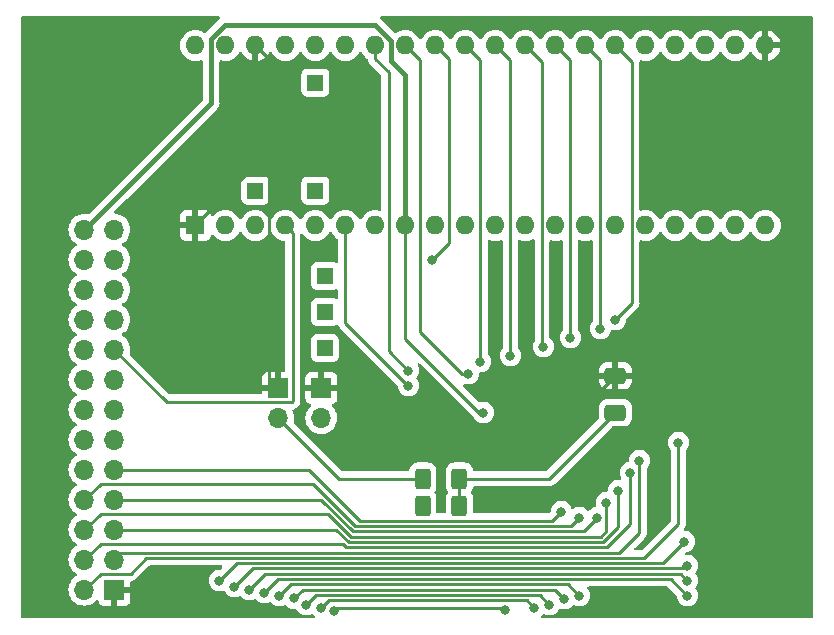
<source format=gbr>
%TF.GenerationSoftware,KiCad,Pcbnew,7.0.9-7.0.9~ubuntu20.04.1*%
%TF.CreationDate,2023-12-26T21:31:22+01:00*%
%TF.ProjectId,6303_PLCC_Addon,36333033-5f50-44c4-9343-5f4164646f6e,rev?*%
%TF.SameCoordinates,Original*%
%TF.FileFunction,Copper,L2,Bot*%
%TF.FilePolarity,Positive*%
%FSLAX46Y46*%
G04 Gerber Fmt 4.6, Leading zero omitted, Abs format (unit mm)*
G04 Created by KiCad (PCBNEW 7.0.9-7.0.9~ubuntu20.04.1) date 2023-12-26 21:31:22*
%MOMM*%
%LPD*%
G01*
G04 APERTURE LIST*
G04 Aperture macros list*
%AMRoundRect*
0 Rectangle with rounded corners*
0 $1 Rounding radius*
0 $2 $3 $4 $5 $6 $7 $8 $9 X,Y pos of 4 corners*
0 Add a 4 corners polygon primitive as box body*
4,1,4,$2,$3,$4,$5,$6,$7,$8,$9,$2,$3,0*
0 Add four circle primitives for the rounded corners*
1,1,$1+$1,$2,$3*
1,1,$1+$1,$4,$5*
1,1,$1+$1,$6,$7*
1,1,$1+$1,$8,$9*
0 Add four rect primitives between the rounded corners*
20,1,$1+$1,$2,$3,$4,$5,0*
20,1,$1+$1,$4,$5,$6,$7,0*
20,1,$1+$1,$6,$7,$8,$9,0*
20,1,$1+$1,$8,$9,$2,$3,0*%
G04 Aperture macros list end*
%TA.AperFunction,ComponentPad*%
%ADD10R,1.700000X1.700000*%
%TD*%
%TA.AperFunction,ComponentPad*%
%ADD11O,1.700000X1.700000*%
%TD*%
%TA.AperFunction,ComponentPad*%
%ADD12R,1.350000X1.350000*%
%TD*%
%TA.AperFunction,ComponentPad*%
%ADD13R,1.600000X1.600000*%
%TD*%
%TA.AperFunction,ComponentPad*%
%ADD14O,1.600000X1.600000*%
%TD*%
%TA.AperFunction,SMDPad,CuDef*%
%ADD15RoundRect,0.250000X0.650000X-0.412500X0.650000X0.412500X-0.650000X0.412500X-0.650000X-0.412500X0*%
%TD*%
%TA.AperFunction,SMDPad,CuDef*%
%ADD16RoundRect,0.250000X0.400000X0.625000X-0.400000X0.625000X-0.400000X-0.625000X0.400000X-0.625000X0*%
%TD*%
%TA.AperFunction,ViaPad*%
%ADD17C,0.800000*%
%TD*%
%TA.AperFunction,Conductor*%
%ADD18C,0.250000*%
%TD*%
%TA.AperFunction,Conductor*%
%ADD19C,0.400000*%
%TD*%
G04 APERTURE END LIST*
D10*
%TO.P,JP1,1,A*%
%TO.N,GND*%
X180746400Y-66492200D03*
D11*
%TO.P,JP1,2,B*%
%TO.N,/MP0*%
X180746400Y-69032200D03*
%TD*%
D12*
%TO.P,J4,1,Pin_1*%
%TO.N,Net-(J4-Pin_1)*%
X183896000Y-40640000D03*
%TD*%
D13*
%TO.P,U3,1,VSS*%
%TO.N,GND*%
X173736000Y-52730400D03*
D14*
%TO.P,U3,2,~{HALT}*%
%TO.N,/~{HALT}*%
X176276000Y-52730400D03*
%TO.P,U3,3,MR*%
%TO.N,Net-(J3-Pin_1)*%
X178816000Y-52730400D03*
%TO.P,U3,4,~{IRQ}*%
%TO.N,/~{IRQ1}*%
X181356000Y-52730400D03*
%TO.P,U3,5,VMA*%
%TO.N,Net-(J6-Pin_1)*%
X183896000Y-52730400D03*
%TO.P,U3,6,~{NMI}*%
%TO.N,/~{NMI}*%
X186436000Y-52730400D03*
%TO.P,U3,7,BA*%
%TO.N,/BA*%
X188976000Y-52730400D03*
%TO.P,U3,8,VCC*%
%TO.N,+5V*%
X191516000Y-52730400D03*
%TO.P,U3,9,A0*%
%TO.N,/A0*%
X194056000Y-52730400D03*
%TO.P,U3,10,A1*%
%TO.N,/A1*%
X196596000Y-52730400D03*
%TO.P,U3,11,A2*%
%TO.N,/A2*%
X199136000Y-52730400D03*
%TO.P,U3,12,A3*%
%TO.N,/A3*%
X201676000Y-52730400D03*
%TO.P,U3,13,A4*%
%TO.N,/A4*%
X204216000Y-52730400D03*
%TO.P,U3,14,A5*%
%TO.N,/A5*%
X206756000Y-52730400D03*
%TO.P,U3,15,A6*%
%TO.N,/A6*%
X209296000Y-52730400D03*
%TO.P,U3,16,A7*%
%TO.N,/A7*%
X211836000Y-52730400D03*
%TO.P,U3,17,A8*%
%TO.N,/A8*%
X214376000Y-52730400D03*
%TO.P,U3,18,A9*%
%TO.N,/A9*%
X216916000Y-52730400D03*
%TO.P,U3,19,A10*%
%TO.N,/A10*%
X219456000Y-52730400D03*
%TO.P,U3,20,A11*%
%TO.N,/A11*%
X221996000Y-52730400D03*
%TO.P,U3,21,VSS*%
%TO.N,GND*%
X221996000Y-37490400D03*
%TO.P,U3,22,A12*%
%TO.N,/A12*%
X219456000Y-37490400D03*
%TO.P,U3,23,A13*%
%TO.N,/A13*%
X216916000Y-37490400D03*
%TO.P,U3,24,A14*%
%TO.N,/A14*%
X214376000Y-37490400D03*
%TO.P,U3,25,A15*%
%TO.N,/A15*%
X211836000Y-37490400D03*
%TO.P,U3,26,D7*%
%TO.N,/D7*%
X209296000Y-37490400D03*
%TO.P,U3,27,D6*%
%TO.N,/D6*%
X206756000Y-37490400D03*
%TO.P,U3,28,D5*%
%TO.N,/D5*%
X204216000Y-37490400D03*
%TO.P,U3,29,D4*%
%TO.N,/D4*%
X201676000Y-37490400D03*
%TO.P,U3,30,D3*%
%TO.N,/D3*%
X199136000Y-37490400D03*
%TO.P,U3,31,D2*%
%TO.N,/D2*%
X196596000Y-37490400D03*
%TO.P,U3,32,D1*%
%TO.N,/D1*%
X194056000Y-37490400D03*
%TO.P,U3,33,D0*%
%TO.N,/D0*%
X191516000Y-37490400D03*
%TO.P,U3,34,R/~{W}*%
%TO.N,/R{slash}~{W}*%
X188976000Y-37490400D03*
%TO.P,U3,35,VCC_STANDBY*%
%TO.N,+5C*%
X186436000Y-37490400D03*
%TO.P,U3,36,RE*%
%TO.N,Net-(J4-Pin_1)*%
X183896000Y-37490400D03*
%TO.P,U3,37,E*%
%TO.N,/PHI2*%
X181356000Y-37490400D03*
%TO.P,U3,38,XTAL*%
%TO.N,GND*%
X178816000Y-37490400D03*
%TO.P,U3,39,EXTAL*%
%TO.N,/CPUCLK*%
X176276000Y-37490400D03*
%TO.P,U3,40,~{RESET}*%
%TO.N,/~{RST}*%
X173736000Y-37490400D03*
%TD*%
D10*
%TO.P,J1,1,Pin_1*%
%TO.N,GND*%
X166878000Y-83566000D03*
D11*
%TO.P,J1,2,Pin_2*%
%TO.N,/P67*%
X164338000Y-83566000D03*
%TO.P,J1,3,Pin_3*%
%TO.N,/P66*%
X166878000Y-81026000D03*
%TO.P,J1,4,Pin_4*%
%TO.N,/P65*%
X164338000Y-81026000D03*
%TO.P,J1,5,Pin_5*%
%TO.N,/P64*%
X166878000Y-78486000D03*
%TO.P,J1,6,Pin_6*%
%TO.N,/P63*%
X164338000Y-78486000D03*
%TO.P,J1,7,Pin_7*%
%TO.N,/P62*%
X166878000Y-75946000D03*
%TO.P,J1,8,Pin_8*%
%TO.N,/P61*%
X164338000Y-75946000D03*
%TO.P,J1,9,Pin_9*%
%TO.N,/P60*%
X166878000Y-73406000D03*
%TO.P,J1,10,Pin_10*%
%TO.N,/P57*%
X164338000Y-73406000D03*
%TO.P,J1,11,Pin_11*%
%TO.N,/P56*%
X166878000Y-70866000D03*
%TO.P,J1,12,Pin_12*%
%TO.N,/P55*%
X164338000Y-70866000D03*
%TO.P,J1,13,Pin_13*%
%TO.N,/P54*%
X166878000Y-68326000D03*
%TO.P,J1,14,Pin_14*%
%TO.N,/P53*%
X164338000Y-68326000D03*
%TO.P,J1,15,Pin_15*%
%TO.N,/P52*%
X166878000Y-65786000D03*
%TO.P,J1,16,Pin_16*%
%TO.N,/P51*%
X164338000Y-65786000D03*
%TO.P,J1,17,Pin_17*%
%TO.N,/~{IRQ1}*%
X166878000Y-63246000D03*
%TO.P,J1,18,Pin_18*%
%TO.N,/P27*%
X164338000Y-63246000D03*
%TO.P,J1,19,Pin_19*%
%TO.N,/P26*%
X166878000Y-60706000D03*
%TO.P,J1,20,Pin_20*%
%TO.N,/P25*%
X164338000Y-60706000D03*
%TO.P,J1,21,Pin_21*%
%TO.N,/P24*%
X166878000Y-58166000D03*
%TO.P,J1,22,Pin_22*%
%TO.N,/P23*%
X164338000Y-58166000D03*
%TO.P,J1,23,Pin_23*%
%TO.N,/P22*%
X166878000Y-55626000D03*
%TO.P,J1,24,Pin_24*%
%TO.N,/P21*%
X164338000Y-55626000D03*
%TO.P,J1,25,Pin_25*%
%TO.N,/P20*%
X166878000Y-53086000D03*
%TO.P,J1,26,Pin_26*%
%TO.N,+5V*%
X164338000Y-53086000D03*
%TD*%
D10*
%TO.P,JP2,1,A*%
%TO.N,GND*%
X184404000Y-66492200D03*
D11*
%TO.P,JP2,2,B*%
%TO.N,/MP1*%
X184404000Y-69032200D03*
%TD*%
D12*
%TO.P,J7,1,Pin_1*%
%TO.N,/~{LIR}*%
X184708800Y-56997600D03*
%TD*%
%TO.P,J6,1,Pin_1*%
%TO.N,Net-(J6-Pin_1)*%
X183896000Y-49784000D03*
%TD*%
%TO.P,J9,1,Pin_1*%
%TO.N,/~{WR}*%
X184708800Y-60045600D03*
%TD*%
%TO.P,J8,1,Pin_1*%
%TO.N,/~{RD}*%
X184708800Y-63093600D03*
%TD*%
%TO.P,J3,1,Pin_1*%
%TO.N,Net-(J3-Pin_1)*%
X178816000Y-49784000D03*
%TD*%
D15*
%TO.P,C1,1*%
%TO.N,+5V*%
X209296004Y-68579995D03*
%TO.P,C1,2*%
%TO.N,GND*%
X209296004Y-65454995D03*
%TD*%
D16*
%TO.P,R1,1*%
%TO.N,+5V*%
X196088000Y-74168000D03*
%TO.P,R1,2*%
%TO.N,/MP0*%
X192988000Y-74168000D03*
%TD*%
%TO.P,R2,1*%
%TO.N,+5V*%
X196088000Y-76454000D03*
%TO.P,R2,2*%
%TO.N,/MP1*%
X192988000Y-76454000D03*
%TD*%
D17*
%TO.N,/P27*%
X199919272Y-85249000D03*
X185454003Y-85344000D03*
%TO.N,/~{IRQ1}*%
X184404000Y-85090000D03*
X202438000Y-85090000D03*
%TO.N,/P51*%
X183134000Y-84836000D03*
X203708000Y-84836000D03*
%TO.N,/P52*%
X182118000Y-84305000D03*
X204978000Y-84328000D03*
%TO.N,/P53*%
X180848000Y-84074000D03*
X206248000Y-84074000D03*
%TO.N,/P54*%
X179578000Y-83820000D03*
X215392000Y-84074000D03*
%TO.N,/P55*%
X215392000Y-82804000D03*
X178308000Y-83566000D03*
%TO.N,/P56*%
X177038000Y-83311992D03*
X215392000Y-81534000D03*
%TO.N,/P57*%
X215138000Y-79502000D03*
X175768000Y-82804000D03*
%TO.N,/P67*%
X214630000Y-71120000D03*
%TO.N,/P66*%
X211328000Y-72644000D03*
%TO.N,/P65*%
X210566000Y-73660000D03*
%TO.N,/P64*%
X209550000Y-75184000D03*
%TO.N,/P63*%
X208534000Y-76200000D03*
%TO.N,/P62*%
X207759000Y-77470000D03*
%TO.N,/P61*%
X206248014Y-77470000D03*
%TO.N,/P60*%
X204724000Y-76962000D03*
%TO.N,/R{slash}~{W}*%
X191770000Y-65024000D03*
%TO.N,/MP1*%
X192988000Y-76454000D03*
%TO.N,/MP0*%
X192988000Y-74168000D03*
%TO.N,/~{NMI}*%
X191769996Y-66294000D03*
%TO.N,GND*%
X192532000Y-71120000D03*
%TO.N,/D0*%
X196850000Y-65278000D03*
%TO.N,/D1*%
X193802000Y-55626000D03*
%TO.N,/D2*%
X197866008Y-64262000D03*
%TO.N,/D3*%
X200406000Y-63754008D03*
%TO.N,/D4*%
X203200000Y-62992000D03*
%TO.N,/D5*%
X205486000Y-62229996D03*
%TO.N,/D6*%
X208026000Y-61468000D03*
%TO.N,/D7*%
X209296000Y-60706000D03*
%TO.N,GND*%
X209296004Y-65454995D03*
%TO.N,+5V*%
X198120000Y-68580000D03*
X209295995Y-68580004D03*
%TD*%
D18*
%TO.N,/~{IRQ1}*%
X166878000Y-63246000D02*
X171299200Y-67667200D01*
X171299200Y-67667200D02*
X181921400Y-67667200D01*
X181921400Y-67667200D02*
X181965600Y-67623000D01*
X181965600Y-67623000D02*
X181965600Y-53340000D01*
X181965600Y-53340000D02*
X181356000Y-52730400D01*
%TO.N,/R{slash}~{W}*%
X190101000Y-63355000D02*
X191770000Y-65024000D01*
D19*
%TO.N,+5V*%
X175076000Y-36912400D02*
X176225200Y-35763200D01*
D18*
%TO.N,/R{slash}~{W}*%
X188976000Y-38621770D02*
X190101000Y-39746770D01*
X188976000Y-37490400D02*
X188976000Y-38621770D01*
X190101000Y-39746770D02*
X190101000Y-63355000D01*
D19*
%TO.N,+5V*%
X164338000Y-53086000D02*
X175076000Y-42348000D01*
X175076000Y-42348000D02*
X175076000Y-36912400D01*
X191516000Y-39979600D02*
X191516000Y-52730400D01*
X176225200Y-35763200D02*
X188945857Y-35763200D01*
X190316000Y-38779600D02*
X191516000Y-39979600D01*
X188945857Y-35763200D02*
X190316000Y-37133343D01*
X190316000Y-37133343D02*
X190316000Y-38779600D01*
D18*
%TO.N,/P67*%
X164338000Y-83566000D02*
X165703000Y-82201000D01*
X165703000Y-82201000D02*
X168243000Y-82201000D01*
X168243000Y-82201000D02*
X169570000Y-80874000D01*
X169570000Y-80874000D02*
X211734000Y-80874000D01*
X211734000Y-80874000D02*
X214630000Y-77978000D01*
X214630000Y-77978000D02*
X214630000Y-71120000D01*
%TO.N,/~{IRQ1}*%
X201822000Y-84474000D02*
X185020000Y-84474000D01*
X185020000Y-84474000D02*
X184404000Y-85090000D01*
%TO.N,/P27*%
X185708003Y-85090000D02*
X185454003Y-85344000D01*
X199760272Y-85090000D02*
X185708003Y-85090000D01*
%TO.N,/~{IRQ1}*%
X202438000Y-85090000D02*
X201822000Y-84474000D01*
%TO.N,/P27*%
X199919272Y-85249000D02*
X199760272Y-85090000D01*
%TO.N,/P51*%
X183134000Y-84836000D02*
X183946000Y-84024000D01*
X183946000Y-84024000D02*
X202896000Y-84024000D01*
X202896000Y-84024000D02*
X203708000Y-84836000D01*
%TO.N,/P53*%
X180848000Y-84074000D02*
X181798000Y-83124000D01*
X205298000Y-83124000D02*
X206248000Y-84074000D01*
X181798000Y-83124000D02*
X205298000Y-83124000D01*
%TO.N,/P55*%
X215392000Y-82804000D02*
X214812000Y-82224000D01*
X214812000Y-82224000D02*
X179650000Y-82224000D01*
X179650000Y-82224000D02*
X178308000Y-83566000D01*
%TO.N,/P54*%
X215392000Y-84074000D02*
X213992000Y-82674000D01*
X180724000Y-82674000D02*
X179578000Y-83820000D01*
X213992000Y-82674000D02*
X180724000Y-82674000D01*
%TO.N,/P57*%
X213316000Y-81324000D02*
X177248000Y-81324000D01*
X215138000Y-79502000D02*
X213316000Y-81324000D01*
X177248000Y-81324000D02*
X175768000Y-82804000D01*
%TO.N,/P56*%
X215392000Y-81534000D02*
X215152000Y-81774000D01*
X178575992Y-81774000D02*
X177038000Y-83311992D01*
X215152000Y-81774000D02*
X178575992Y-81774000D01*
%TO.N,/P52*%
X182849000Y-83574000D02*
X182118000Y-84305000D01*
X204978000Y-84328000D02*
X204224000Y-83574000D01*
X204224000Y-83574000D02*
X182849000Y-83574000D01*
%TO.N,/P66*%
X209644000Y-80424000D02*
X211328000Y-78740000D01*
%TO.N,/P64*%
X186714792Y-79524000D02*
X208258000Y-79524000D01*
X209550000Y-78232000D02*
X209550000Y-75184000D01*
%TO.N,/P63*%
X208534000Y-78611604D02*
X208534000Y-76200000D01*
%TO.N,/P65*%
X186528396Y-79974000D02*
X208570000Y-79974000D01*
%TO.N,/P64*%
X208258000Y-79524000D02*
X209550000Y-78232000D01*
%TO.N,/P61*%
X183680980Y-74581000D02*
X187273980Y-78174000D01*
%TO.N,/P65*%
X164338000Y-81026000D02*
X165703000Y-79661000D01*
%TO.N,/P64*%
X166878000Y-78486000D02*
X185676792Y-78486000D01*
%TO.N,/P63*%
X165703000Y-77121000D02*
X184948188Y-77121000D01*
%TO.N,/P66*%
X211328000Y-78740000D02*
X211328000Y-72644000D01*
%TO.N,/P65*%
X208570000Y-79974000D02*
X210566000Y-77978000D01*
%TO.N,/P61*%
X205544014Y-78174000D02*
X206248014Y-77470000D01*
%TO.N,/P65*%
X210566000Y-77978000D02*
X210566000Y-73660000D01*
X165703000Y-79661000D02*
X186215396Y-79661000D01*
%TO.N,/P66*%
X166878000Y-81026000D02*
X167480000Y-80424000D01*
%TO.N,/P61*%
X164338000Y-75946000D02*
X165703000Y-74581000D01*
%TO.N,/P62*%
X206605000Y-78624000D02*
X207759000Y-77470000D01*
%TO.N,/P63*%
X184948188Y-77121000D02*
X186901188Y-79074000D01*
X208071604Y-79074000D02*
X208534000Y-78611604D01*
%TO.N,/P61*%
X165703000Y-74581000D02*
X183680980Y-74581000D01*
X187273980Y-78174000D02*
X205544014Y-78174000D01*
%TO.N,/P62*%
X166878000Y-75946000D02*
X184409584Y-75946000D01*
%TO.N,/P66*%
X167480000Y-80424000D02*
X209644000Y-80424000D01*
%TO.N,/P63*%
X186901188Y-79074000D02*
X208071604Y-79074000D01*
%TO.N,/P65*%
X186215396Y-79661000D02*
X186528396Y-79974000D01*
%TO.N,/P64*%
X185676792Y-78486000D02*
X186714792Y-79524000D01*
%TO.N,/P62*%
X187087584Y-78624000D02*
X206605000Y-78624000D01*
%TO.N,/P63*%
X164338000Y-78486000D02*
X165703000Y-77121000D01*
%TO.N,/P62*%
X184409584Y-75946000D02*
X187087584Y-78624000D01*
%TO.N,/P60*%
X187706000Y-77724000D02*
X203962000Y-77724000D01*
X183388000Y-73406000D02*
X187706000Y-77724000D01*
X203962000Y-77724000D02*
X204724000Y-76962000D01*
X166878000Y-73406000D02*
X183388000Y-73406000D01*
%TO.N,/~{NMI}*%
X186436000Y-60960004D02*
X191769996Y-66294000D01*
X186436000Y-52730400D02*
X186436000Y-60960004D01*
%TO.N,+5V*%
X197785984Y-68580000D02*
X198120000Y-68580000D01*
%TO.N,/D0*%
X196342000Y-65278000D02*
X196850000Y-65278000D01*
%TO.N,+5V*%
X191516000Y-52730400D02*
X191516000Y-62310016D01*
%TO.N,/D0*%
X191516000Y-37490400D02*
X192786000Y-38760400D01*
X192786000Y-38760400D02*
X192786000Y-61722000D01*
X192786000Y-61722000D02*
X196342000Y-65278000D01*
%TO.N,+5V*%
X191516000Y-62310016D02*
X197785984Y-68580000D01*
%TO.N,/D2*%
X197866008Y-38760408D02*
X197866008Y-64262000D01*
X196596000Y-37490400D02*
X197866008Y-38760408D01*
%TO.N,/D3*%
X200406000Y-38760400D02*
X200406000Y-63754008D01*
X199136000Y-37490400D02*
X200406000Y-38760400D01*
%TO.N,/MP0*%
X180746400Y-69032200D02*
X185882200Y-74168000D01*
X185882200Y-74168000D02*
X192988000Y-74168000D01*
%TO.N,+5V*%
X196088000Y-74168000D02*
X203707999Y-74168000D01*
X203707999Y-74168000D02*
X209295995Y-68580004D01*
X196088000Y-76454000D02*
X196088000Y-74168000D01*
%TO.N,GND*%
X178816000Y-37490400D02*
X179941000Y-38615400D01*
X179941000Y-38615400D02*
X179941000Y-65686800D01*
X179941000Y-65686800D02*
X180746400Y-66492200D01*
X192532000Y-71120000D02*
X203630999Y-71120000D01*
X203630999Y-71120000D02*
X209296004Y-65454995D01*
%TO.N,/D1*%
X194056000Y-37490400D02*
X195181000Y-38615400D01*
X195181000Y-38615400D02*
X195181000Y-54247000D01*
X195181000Y-54247000D02*
X193802000Y-55626000D01*
%TO.N,/D4*%
X203091000Y-62883000D02*
X203091000Y-38905400D01*
X203200000Y-62992000D02*
X203091000Y-62883000D01*
X203091000Y-38905400D02*
X201676000Y-37490400D01*
%TO.N,/D5*%
X205486000Y-38760400D02*
X205486000Y-62229996D01*
X204216000Y-37490400D02*
X205486000Y-38760400D01*
%TO.N,/D6*%
X208026000Y-38760400D02*
X208026000Y-61468000D01*
X206756000Y-37490400D02*
X208026000Y-38760400D01*
%TO.N,/D7*%
X209296000Y-60706000D02*
X210711000Y-59291000D01*
X210711000Y-59291000D02*
X210711000Y-38905400D01*
X210711000Y-38905400D02*
X209296000Y-37490400D01*
%TO.N,+5V*%
X209296004Y-68579995D02*
X209295995Y-68580004D01*
%TO.N,GND*%
X178816000Y-47650400D02*
X173736000Y-52730400D01*
X178816000Y-37490400D02*
X178816000Y-47650400D01*
%TD*%
%TA.AperFunction,Conductor*%
%TO.N,GND*%
G36*
X175766136Y-35020185D02*
G01*
X175811891Y-35072989D01*
X175821835Y-35142147D01*
X175792810Y-35205703D01*
X175769540Y-35226548D01*
X175757268Y-35235018D01*
X175716142Y-35281440D01*
X175713575Y-35284166D01*
X174608863Y-36388878D01*
X174547540Y-36422363D01*
X174477848Y-36417379D01*
X174450059Y-36402772D01*
X174388734Y-36359832D01*
X174388732Y-36359831D01*
X174182497Y-36263661D01*
X174182488Y-36263658D01*
X173962697Y-36204766D01*
X173962693Y-36204765D01*
X173962692Y-36204765D01*
X173962691Y-36204764D01*
X173962686Y-36204764D01*
X173736002Y-36184932D01*
X173735998Y-36184932D01*
X173509313Y-36204764D01*
X173509302Y-36204766D01*
X173289511Y-36263658D01*
X173289502Y-36263661D01*
X173083267Y-36359831D01*
X173083265Y-36359832D01*
X172896858Y-36490354D01*
X172735954Y-36651258D01*
X172605432Y-36837665D01*
X172605431Y-36837667D01*
X172509261Y-37043902D01*
X172509258Y-37043911D01*
X172450366Y-37263702D01*
X172450364Y-37263713D01*
X172430532Y-37490398D01*
X172430532Y-37490401D01*
X172450364Y-37717086D01*
X172450366Y-37717097D01*
X172509258Y-37936888D01*
X172509261Y-37936897D01*
X172605431Y-38143132D01*
X172605432Y-38143134D01*
X172735954Y-38329541D01*
X172896858Y-38490445D01*
X172896861Y-38490447D01*
X173083266Y-38620968D01*
X173289504Y-38717139D01*
X173509308Y-38776035D01*
X173648629Y-38788224D01*
X173735998Y-38795868D01*
X173736000Y-38795868D01*
X173736002Y-38795868D01*
X173792673Y-38790909D01*
X173962692Y-38776035D01*
X174182496Y-38717139D01*
X174199094Y-38709398D01*
X174268170Y-38698906D01*
X174331955Y-38727424D01*
X174370195Y-38785900D01*
X174375500Y-38821780D01*
X174375500Y-42006480D01*
X174355815Y-42073519D01*
X174339181Y-42094161D01*
X164709994Y-51723347D01*
X164648671Y-51756832D01*
X164590225Y-51755442D01*
X164573410Y-51750937D01*
X164338001Y-51730341D01*
X164337999Y-51730341D01*
X164102596Y-51750936D01*
X164102586Y-51750938D01*
X163874344Y-51812094D01*
X163874335Y-51812098D01*
X163660171Y-51911964D01*
X163660169Y-51911965D01*
X163466597Y-52047505D01*
X163299505Y-52214597D01*
X163163965Y-52408169D01*
X163163964Y-52408171D01*
X163064098Y-52622335D01*
X163064094Y-52622344D01*
X163002938Y-52850586D01*
X163002936Y-52850596D01*
X162982341Y-53085999D01*
X162982341Y-53086000D01*
X163002936Y-53321403D01*
X163002938Y-53321413D01*
X163064094Y-53549655D01*
X163064096Y-53549659D01*
X163064097Y-53549663D01*
X163105187Y-53637780D01*
X163163965Y-53763830D01*
X163163967Y-53763834D01*
X163237578Y-53868960D01*
X163299501Y-53957396D01*
X163299506Y-53957402D01*
X163466597Y-54124493D01*
X163466603Y-54124498D01*
X163652158Y-54254425D01*
X163695783Y-54309002D01*
X163702977Y-54378500D01*
X163671454Y-54440855D01*
X163652158Y-54457575D01*
X163466597Y-54587505D01*
X163299505Y-54754597D01*
X163163965Y-54948169D01*
X163163964Y-54948171D01*
X163064098Y-55162335D01*
X163064094Y-55162344D01*
X163002938Y-55390586D01*
X163002936Y-55390596D01*
X162982341Y-55625999D01*
X162982341Y-55626000D01*
X163002936Y-55861403D01*
X163002938Y-55861413D01*
X163064094Y-56089655D01*
X163064096Y-56089659D01*
X163064097Y-56089663D01*
X163144004Y-56261023D01*
X163163965Y-56303830D01*
X163163967Y-56303834D01*
X163238412Y-56410151D01*
X163299501Y-56497396D01*
X163299506Y-56497402D01*
X163466597Y-56664493D01*
X163466603Y-56664498D01*
X163652158Y-56794425D01*
X163695783Y-56849002D01*
X163702977Y-56918500D01*
X163671454Y-56980855D01*
X163652158Y-56997575D01*
X163466597Y-57127505D01*
X163299505Y-57294597D01*
X163163965Y-57488169D01*
X163163964Y-57488171D01*
X163064098Y-57702335D01*
X163064094Y-57702344D01*
X163002938Y-57930586D01*
X163002936Y-57930596D01*
X162982341Y-58165999D01*
X162982341Y-58166000D01*
X163002936Y-58401403D01*
X163002938Y-58401413D01*
X163064094Y-58629655D01*
X163064096Y-58629659D01*
X163064097Y-58629663D01*
X163068000Y-58638032D01*
X163163965Y-58843830D01*
X163163967Y-58843834D01*
X163232160Y-58941223D01*
X163299501Y-59037396D01*
X163299506Y-59037402D01*
X163466597Y-59204493D01*
X163466603Y-59204498D01*
X163652158Y-59334425D01*
X163695783Y-59389002D01*
X163702977Y-59458500D01*
X163671454Y-59520855D01*
X163652158Y-59537575D01*
X163466597Y-59667505D01*
X163299505Y-59834597D01*
X163163965Y-60028169D01*
X163163964Y-60028171D01*
X163064098Y-60242335D01*
X163064094Y-60242344D01*
X163002938Y-60470586D01*
X163002936Y-60470596D01*
X162982341Y-60705999D01*
X162982341Y-60706000D01*
X163002936Y-60941403D01*
X163002938Y-60941413D01*
X163064094Y-61169655D01*
X163064096Y-61169659D01*
X163064097Y-61169663D01*
X163107964Y-61263736D01*
X163163965Y-61383830D01*
X163163967Y-61383834D01*
X163263983Y-61526670D01*
X163299501Y-61577396D01*
X163299506Y-61577402D01*
X163466597Y-61744493D01*
X163466603Y-61744498D01*
X163652158Y-61874425D01*
X163695783Y-61929002D01*
X163702977Y-61998500D01*
X163671454Y-62060855D01*
X163652158Y-62077575D01*
X163466597Y-62207505D01*
X163299505Y-62374597D01*
X163163965Y-62568169D01*
X163163964Y-62568171D01*
X163064098Y-62782335D01*
X163064094Y-62782344D01*
X163002938Y-63010586D01*
X163002936Y-63010596D01*
X162982341Y-63245999D01*
X162982341Y-63246000D01*
X163002936Y-63481403D01*
X163002938Y-63481413D01*
X163064094Y-63709655D01*
X163064096Y-63709659D01*
X163064097Y-63709663D01*
X163141700Y-63876082D01*
X163163965Y-63923830D01*
X163163967Y-63923834D01*
X163244213Y-64038436D01*
X163299501Y-64117396D01*
X163299506Y-64117402D01*
X163466597Y-64284493D01*
X163466603Y-64284498D01*
X163652158Y-64414425D01*
X163695783Y-64469002D01*
X163702977Y-64538500D01*
X163671454Y-64600855D01*
X163652158Y-64617575D01*
X163466597Y-64747505D01*
X163299505Y-64914597D01*
X163163965Y-65108169D01*
X163163964Y-65108171D01*
X163064098Y-65322335D01*
X163064094Y-65322344D01*
X163002938Y-65550586D01*
X163002936Y-65550596D01*
X162982341Y-65785999D01*
X162982341Y-65786000D01*
X163002936Y-66021403D01*
X163002938Y-66021413D01*
X163064094Y-66249655D01*
X163064096Y-66249659D01*
X163064097Y-66249663D01*
X163143672Y-66420311D01*
X163163965Y-66463830D01*
X163163967Y-66463834D01*
X163271561Y-66617493D01*
X163299501Y-66657396D01*
X163299506Y-66657402D01*
X163466597Y-66824493D01*
X163466603Y-66824498D01*
X163652158Y-66954425D01*
X163695783Y-67009002D01*
X163702977Y-67078500D01*
X163671454Y-67140855D01*
X163652158Y-67157575D01*
X163466597Y-67287505D01*
X163299505Y-67454597D01*
X163163965Y-67648169D01*
X163163964Y-67648171D01*
X163064098Y-67862335D01*
X163064094Y-67862344D01*
X163002938Y-68090586D01*
X163002936Y-68090596D01*
X162982341Y-68325999D01*
X162982341Y-68326000D01*
X163002936Y-68561403D01*
X163002938Y-68561413D01*
X163064094Y-68789655D01*
X163064096Y-68789659D01*
X163064097Y-68789663D01*
X163144004Y-68961023D01*
X163163965Y-69003830D01*
X163163967Y-69003834D01*
X163192471Y-69044541D01*
X163299501Y-69197396D01*
X163299506Y-69197402D01*
X163466597Y-69364493D01*
X163466603Y-69364498D01*
X163652158Y-69494425D01*
X163695783Y-69549002D01*
X163702977Y-69618500D01*
X163671454Y-69680855D01*
X163652158Y-69697575D01*
X163466597Y-69827505D01*
X163299505Y-69994597D01*
X163163965Y-70188169D01*
X163163964Y-70188171D01*
X163064098Y-70402335D01*
X163064094Y-70402344D01*
X163002938Y-70630586D01*
X163002936Y-70630596D01*
X162982341Y-70865999D01*
X162982341Y-70866000D01*
X163002936Y-71101403D01*
X163002938Y-71101413D01*
X163064094Y-71329655D01*
X163064096Y-71329659D01*
X163064097Y-71329663D01*
X163144004Y-71501023D01*
X163163965Y-71543830D01*
X163163967Y-71543834D01*
X163239856Y-71652214D01*
X163299501Y-71737396D01*
X163299506Y-71737402D01*
X163466597Y-71904493D01*
X163466603Y-71904498D01*
X163652158Y-72034425D01*
X163695783Y-72089002D01*
X163702977Y-72158500D01*
X163671454Y-72220855D01*
X163652158Y-72237575D01*
X163466597Y-72367505D01*
X163299505Y-72534597D01*
X163163965Y-72728169D01*
X163163964Y-72728171D01*
X163064098Y-72942335D01*
X163064094Y-72942344D01*
X163002938Y-73170586D01*
X163002936Y-73170596D01*
X162982341Y-73405999D01*
X162982341Y-73406000D01*
X163002936Y-73641403D01*
X163002938Y-73641413D01*
X163064094Y-73869655D01*
X163064096Y-73869659D01*
X163064097Y-73869663D01*
X163163965Y-74083830D01*
X163163967Y-74083834D01*
X163299501Y-74277395D01*
X163299506Y-74277402D01*
X163466597Y-74444493D01*
X163466603Y-74444498D01*
X163652158Y-74574425D01*
X163695783Y-74629002D01*
X163702977Y-74698500D01*
X163671454Y-74760855D01*
X163652158Y-74777575D01*
X163466597Y-74907505D01*
X163299505Y-75074597D01*
X163163965Y-75268169D01*
X163163964Y-75268171D01*
X163064098Y-75482335D01*
X163064094Y-75482344D01*
X163002938Y-75710586D01*
X163002936Y-75710596D01*
X162982341Y-75945999D01*
X162982341Y-75946000D01*
X163002936Y-76181403D01*
X163002938Y-76181413D01*
X163064094Y-76409655D01*
X163064096Y-76409659D01*
X163064097Y-76409663D01*
X163156983Y-76608857D01*
X163163965Y-76623830D01*
X163163967Y-76623834D01*
X163268933Y-76773740D01*
X163285298Y-76797112D01*
X163299501Y-76817395D01*
X163299506Y-76817402D01*
X163466597Y-76984493D01*
X163466603Y-76984498D01*
X163652158Y-77114425D01*
X163695783Y-77169002D01*
X163702977Y-77238500D01*
X163671454Y-77300855D01*
X163652158Y-77317575D01*
X163466597Y-77447505D01*
X163299505Y-77614597D01*
X163163965Y-77808169D01*
X163163964Y-77808171D01*
X163064098Y-78022335D01*
X163064094Y-78022344D01*
X163002938Y-78250586D01*
X163002936Y-78250596D01*
X162982341Y-78485999D01*
X162982341Y-78486000D01*
X163002936Y-78721403D01*
X163002938Y-78721413D01*
X163064094Y-78949655D01*
X163064096Y-78949659D01*
X163064097Y-78949663D01*
X163105425Y-79038290D01*
X163163965Y-79163830D01*
X163163967Y-79163834D01*
X163299501Y-79357395D01*
X163299506Y-79357402D01*
X163466597Y-79524493D01*
X163466603Y-79524498D01*
X163652158Y-79654425D01*
X163695783Y-79709002D01*
X163702977Y-79778500D01*
X163671454Y-79840855D01*
X163652158Y-79857575D01*
X163466597Y-79987505D01*
X163299505Y-80154597D01*
X163163965Y-80348169D01*
X163163964Y-80348171D01*
X163064098Y-80562335D01*
X163064094Y-80562344D01*
X163002938Y-80790586D01*
X163002936Y-80790596D01*
X162982341Y-81025999D01*
X162982341Y-81026000D01*
X163002936Y-81261403D01*
X163002938Y-81261413D01*
X163064094Y-81489655D01*
X163064096Y-81489659D01*
X163064097Y-81489663D01*
X163163965Y-81703830D01*
X163163967Y-81703834D01*
X163299501Y-81897395D01*
X163299506Y-81897402D01*
X163466597Y-82064493D01*
X163466603Y-82064498D01*
X163652158Y-82194425D01*
X163695783Y-82249002D01*
X163702977Y-82318500D01*
X163671454Y-82380855D01*
X163652158Y-82397575D01*
X163466597Y-82527505D01*
X163299505Y-82694597D01*
X163163965Y-82888169D01*
X163163964Y-82888171D01*
X163064098Y-83102335D01*
X163064094Y-83102344D01*
X163002938Y-83330586D01*
X163002936Y-83330596D01*
X162982341Y-83565999D01*
X162982341Y-83566000D01*
X163002936Y-83801403D01*
X163002938Y-83801413D01*
X163064094Y-84029655D01*
X163064096Y-84029659D01*
X163064097Y-84029663D01*
X163096064Y-84098216D01*
X163163965Y-84243830D01*
X163163967Y-84243834D01*
X163238412Y-84350151D01*
X163299505Y-84437401D01*
X163466599Y-84604495D01*
X163524105Y-84644761D01*
X163660165Y-84740032D01*
X163660167Y-84740033D01*
X163660170Y-84740035D01*
X163874337Y-84839903D01*
X164102592Y-84901063D01*
X164273319Y-84916000D01*
X164337999Y-84921659D01*
X164338000Y-84921659D01*
X164338001Y-84921659D01*
X164402681Y-84916000D01*
X164573408Y-84901063D01*
X164801663Y-84839903D01*
X165015830Y-84740035D01*
X165209401Y-84604495D01*
X165331717Y-84482178D01*
X165393036Y-84448696D01*
X165462728Y-84453680D01*
X165518662Y-84495551D01*
X165535577Y-84526528D01*
X165584646Y-84658088D01*
X165584649Y-84658093D01*
X165670809Y-84773187D01*
X165670812Y-84773190D01*
X165785906Y-84859350D01*
X165785913Y-84859354D01*
X165920620Y-84909596D01*
X165920627Y-84909598D01*
X165980155Y-84915999D01*
X165980172Y-84916000D01*
X166628000Y-84916000D01*
X166628000Y-84001501D01*
X166735685Y-84050680D01*
X166842237Y-84066000D01*
X166913763Y-84066000D01*
X167020315Y-84050680D01*
X167128000Y-84001501D01*
X167128000Y-84916000D01*
X167775828Y-84916000D01*
X167775844Y-84915999D01*
X167835372Y-84909598D01*
X167835379Y-84909596D01*
X167970086Y-84859354D01*
X167970093Y-84859350D01*
X168085187Y-84773190D01*
X168085190Y-84773187D01*
X168171350Y-84658093D01*
X168171354Y-84658086D01*
X168221596Y-84523379D01*
X168221598Y-84523372D01*
X168227999Y-84463844D01*
X168228000Y-84463827D01*
X168228000Y-83816000D01*
X167311686Y-83816000D01*
X167337493Y-83775844D01*
X167378000Y-83637889D01*
X167378000Y-83494111D01*
X167337493Y-83356156D01*
X167311686Y-83316000D01*
X168228000Y-83316000D01*
X168228000Y-82947444D01*
X168247685Y-82880405D01*
X168300489Y-82834650D01*
X168334206Y-82826764D01*
X168333916Y-82824931D01*
X168341617Y-82823710D01*
X168341619Y-82823709D01*
X168341627Y-82823709D01*
X168360869Y-82818117D01*
X168379912Y-82814174D01*
X168399792Y-82811664D01*
X168443122Y-82794507D01*
X168448646Y-82792617D01*
X168452396Y-82791527D01*
X168493390Y-82779618D01*
X168510629Y-82769422D01*
X168528103Y-82760862D01*
X168546727Y-82753488D01*
X168546727Y-82753487D01*
X168546732Y-82753486D01*
X168584449Y-82726082D01*
X168589305Y-82722892D01*
X168629420Y-82699170D01*
X168643589Y-82684999D01*
X168658379Y-82672368D01*
X168674587Y-82660594D01*
X168704299Y-82624676D01*
X168708212Y-82620376D01*
X169792772Y-81535819D01*
X169854095Y-81502334D01*
X169880453Y-81499500D01*
X175888547Y-81499500D01*
X175955586Y-81519185D01*
X176001341Y-81571989D01*
X176011285Y-81641147D01*
X175982260Y-81704703D01*
X175976228Y-81711181D01*
X175820228Y-81867181D01*
X175758905Y-81900666D01*
X175732547Y-81903500D01*
X175673354Y-81903500D01*
X175640897Y-81910398D01*
X175488197Y-81942855D01*
X175488192Y-81942857D01*
X175315270Y-82019848D01*
X175315265Y-82019851D01*
X175162129Y-82131111D01*
X175035466Y-82271785D01*
X174940821Y-82435715D01*
X174940818Y-82435722D01*
X174882327Y-82615740D01*
X174882326Y-82615744D01*
X174862540Y-82804000D01*
X174882326Y-82992256D01*
X174882327Y-82992259D01*
X174940818Y-83172277D01*
X174940821Y-83172284D01*
X175035467Y-83336216D01*
X175162129Y-83476888D01*
X175315265Y-83588148D01*
X175315270Y-83588151D01*
X175488192Y-83665142D01*
X175488197Y-83665144D01*
X175673354Y-83704500D01*
X175673355Y-83704500D01*
X175862644Y-83704500D01*
X175862646Y-83704500D01*
X176047803Y-83665144D01*
X176068536Y-83655912D01*
X176137783Y-83646626D01*
X176201060Y-83676252D01*
X176226360Y-83707191D01*
X176305465Y-83844206D01*
X176432129Y-83984880D01*
X176585265Y-84096140D01*
X176585270Y-84096143D01*
X176758192Y-84173134D01*
X176758197Y-84173136D01*
X176943354Y-84212492D01*
X176943355Y-84212492D01*
X177132644Y-84212492D01*
X177132646Y-84212492D01*
X177317803Y-84173136D01*
X177467582Y-84106448D01*
X177536832Y-84097164D01*
X177600108Y-84126792D01*
X177610165Y-84136752D01*
X177702129Y-84238888D01*
X177702132Y-84238890D01*
X177855265Y-84350148D01*
X177855270Y-84350151D01*
X178028192Y-84427142D01*
X178028197Y-84427144D01*
X178213354Y-84466500D01*
X178213355Y-84466500D01*
X178402644Y-84466500D01*
X178402646Y-84466500D01*
X178587803Y-84427144D01*
X178737590Y-84360453D01*
X178806837Y-84351168D01*
X178870114Y-84380796D01*
X178880166Y-84390753D01*
X178945978Y-84463844D01*
X178972129Y-84492888D01*
X179125265Y-84604148D01*
X179125270Y-84604151D01*
X179298192Y-84681142D01*
X179298197Y-84681144D01*
X179483354Y-84720500D01*
X179483355Y-84720500D01*
X179672644Y-84720500D01*
X179672646Y-84720500D01*
X179857803Y-84681144D01*
X180007590Y-84614453D01*
X180076837Y-84605168D01*
X180140114Y-84634796D01*
X180150166Y-84644753D01*
X180182931Y-84681142D01*
X180242129Y-84746888D01*
X180395265Y-84858148D01*
X180395270Y-84858151D01*
X180568192Y-84935142D01*
X180568197Y-84935144D01*
X180753354Y-84974500D01*
X180753355Y-84974500D01*
X180942644Y-84974500D01*
X180942646Y-84974500D01*
X181127803Y-84935144D01*
X181246680Y-84882216D01*
X181292371Y-84861873D01*
X181361621Y-84852588D01*
X181424898Y-84882216D01*
X181434956Y-84892179D01*
X181442955Y-84901063D01*
X181512129Y-84977888D01*
X181665265Y-85089148D01*
X181665270Y-85089151D01*
X181838192Y-85166142D01*
X181838197Y-85166144D01*
X182023354Y-85205500D01*
X182023355Y-85205500D01*
X182212647Y-85205500D01*
X182219105Y-85204821D01*
X182219340Y-85207061D01*
X182278663Y-85211571D01*
X182334409Y-85253693D01*
X182342197Y-85265558D01*
X182401465Y-85368214D01*
X182528129Y-85508888D01*
X182681265Y-85620148D01*
X182681270Y-85620151D01*
X182854192Y-85697142D01*
X182854197Y-85697144D01*
X183039354Y-85736500D01*
X183039355Y-85736500D01*
X183228644Y-85736500D01*
X183228646Y-85736500D01*
X183413803Y-85697144D01*
X183563590Y-85630453D01*
X183632837Y-85621168D01*
X183696114Y-85650796D01*
X183706166Y-85660753D01*
X183738931Y-85697142D01*
X183798129Y-85762888D01*
X183815050Y-85775182D01*
X183857716Y-85830512D01*
X183863695Y-85900125D01*
X183831089Y-85961920D01*
X183770251Y-85996277D01*
X183742165Y-85999500D01*
X159124500Y-85999500D01*
X159057461Y-85979815D01*
X159011706Y-85927011D01*
X159000500Y-85875500D01*
X159000500Y-35124500D01*
X159020185Y-35057461D01*
X159072989Y-35011706D01*
X159124500Y-35000500D01*
X175699097Y-35000500D01*
X175766136Y-35020185D01*
G37*
%TD.AperFunction*%
%TA.AperFunction,Conductor*%
G36*
X225942539Y-35020185D02*
G01*
X225988294Y-35072989D01*
X225999500Y-35124500D01*
X225999500Y-85875500D01*
X225979815Y-85942539D01*
X225927011Y-85988294D01*
X225875500Y-85999500D01*
X203099835Y-85999500D01*
X203032796Y-85979815D01*
X202987041Y-85927011D01*
X202977097Y-85857853D01*
X203006122Y-85794297D01*
X203026950Y-85775182D01*
X203030930Y-85772289D01*
X203043871Y-85762888D01*
X203135827Y-85660759D01*
X203195312Y-85624112D01*
X203265169Y-85625442D01*
X203278397Y-85630448D01*
X203428197Y-85697144D01*
X203613354Y-85736500D01*
X203613355Y-85736500D01*
X203802644Y-85736500D01*
X203802646Y-85736500D01*
X203987803Y-85697144D01*
X204160730Y-85620151D01*
X204313871Y-85508888D01*
X204440533Y-85368216D01*
X204519643Y-85231192D01*
X204570210Y-85182978D01*
X204638817Y-85169754D01*
X204677464Y-85179912D01*
X204698197Y-85189144D01*
X204883354Y-85228500D01*
X204883355Y-85228500D01*
X205072644Y-85228500D01*
X205072646Y-85228500D01*
X205257803Y-85189144D01*
X205430730Y-85112151D01*
X205583871Y-85000888D01*
X205675827Y-84898759D01*
X205735312Y-84862112D01*
X205805169Y-84863442D01*
X205818397Y-84868448D01*
X205968197Y-84935144D01*
X206153354Y-84974500D01*
X206153355Y-84974500D01*
X206342644Y-84974500D01*
X206342646Y-84974500D01*
X206527803Y-84935144D01*
X206700730Y-84858151D01*
X206853871Y-84746888D01*
X206980533Y-84606216D01*
X207075179Y-84442284D01*
X207133674Y-84262256D01*
X207153460Y-84074000D01*
X207133674Y-83885744D01*
X207075179Y-83705716D01*
X206980533Y-83541784D01*
X206948738Y-83506472D01*
X206918508Y-83443480D01*
X206927133Y-83374145D01*
X206971875Y-83320480D01*
X207038527Y-83299522D01*
X207040888Y-83299500D01*
X213681548Y-83299500D01*
X213748587Y-83319185D01*
X213769229Y-83335819D01*
X214453038Y-84019629D01*
X214486523Y-84080952D01*
X214488678Y-84094348D01*
X214496959Y-84173134D01*
X214506326Y-84262256D01*
X214506327Y-84262259D01*
X214564818Y-84442277D01*
X214564821Y-84442284D01*
X214659467Y-84606216D01*
X214726931Y-84681142D01*
X214786129Y-84746888D01*
X214939265Y-84858148D01*
X214939270Y-84858151D01*
X215112192Y-84935142D01*
X215112197Y-84935144D01*
X215297354Y-84974500D01*
X215297355Y-84974500D01*
X215486644Y-84974500D01*
X215486646Y-84974500D01*
X215671803Y-84935144D01*
X215844730Y-84858151D01*
X215997871Y-84746888D01*
X216124533Y-84606216D01*
X216219179Y-84442284D01*
X216277674Y-84262256D01*
X216297460Y-84074000D01*
X216277674Y-83885744D01*
X216219179Y-83705716D01*
X216124533Y-83541784D01*
X216106693Y-83521971D01*
X216076464Y-83458981D01*
X216085089Y-83389646D01*
X216106694Y-83356028D01*
X216124533Y-83336216D01*
X216219179Y-83172284D01*
X216277674Y-82992256D01*
X216297460Y-82804000D01*
X216277674Y-82615744D01*
X216219179Y-82435716D01*
X216124533Y-82271784D01*
X216106693Y-82251971D01*
X216076464Y-82188981D01*
X216085089Y-82119646D01*
X216106694Y-82086028D01*
X216124533Y-82066216D01*
X216219179Y-81902284D01*
X216277674Y-81722256D01*
X216297460Y-81534000D01*
X216277674Y-81345744D01*
X216219179Y-81165716D01*
X216124533Y-81001784D01*
X215997871Y-80861112D01*
X215997870Y-80861111D01*
X215844734Y-80749851D01*
X215844729Y-80749848D01*
X215671807Y-80672857D01*
X215671802Y-80672855D01*
X215526001Y-80641865D01*
X215486646Y-80633500D01*
X215325656Y-80633500D01*
X215258617Y-80613815D01*
X215212862Y-80561011D01*
X215202918Y-80491853D01*
X215231943Y-80428297D01*
X215290721Y-80390523D01*
X215299876Y-80388210D01*
X215309380Y-80386189D01*
X215417803Y-80363144D01*
X215590730Y-80286151D01*
X215743871Y-80174888D01*
X215870533Y-80034216D01*
X215965179Y-79870284D01*
X216023674Y-79690256D01*
X216043460Y-79502000D01*
X216023674Y-79313744D01*
X215965179Y-79133716D01*
X215870533Y-78969784D01*
X215743871Y-78829112D01*
X215729982Y-78819021D01*
X215590734Y-78717851D01*
X215590729Y-78717848D01*
X215417807Y-78640857D01*
X215417802Y-78640855D01*
X215272001Y-78609865D01*
X215232646Y-78601500D01*
X215190454Y-78601500D01*
X215123415Y-78581815D01*
X215077660Y-78529011D01*
X215067716Y-78459853D01*
X215096741Y-78396297D01*
X215097558Y-78395419D01*
X215097538Y-78395401D01*
X215100110Y-78392483D01*
X215100116Y-78392474D01*
X215100120Y-78392471D01*
X215104379Y-78386978D01*
X215108152Y-78382561D01*
X215140062Y-78348582D01*
X215149713Y-78331024D01*
X215160396Y-78314761D01*
X215172673Y-78298936D01*
X215191185Y-78256153D01*
X215193738Y-78250941D01*
X215216197Y-78210092D01*
X215221180Y-78190680D01*
X215227481Y-78172280D01*
X215235437Y-78153896D01*
X215242729Y-78107852D01*
X215243906Y-78102171D01*
X215255500Y-78057019D01*
X215255500Y-78036983D01*
X215257027Y-78017582D01*
X215260160Y-77997804D01*
X215255775Y-77951415D01*
X215255500Y-77945577D01*
X215255500Y-71818687D01*
X215275185Y-71751648D01*
X215287350Y-71735715D01*
X215305891Y-71715122D01*
X215362533Y-71652216D01*
X215457179Y-71488284D01*
X215515674Y-71308256D01*
X215535460Y-71120000D01*
X215515674Y-70931744D01*
X215457179Y-70751716D01*
X215362533Y-70587784D01*
X215235871Y-70447112D01*
X215235870Y-70447111D01*
X215082734Y-70335851D01*
X215082729Y-70335848D01*
X214909807Y-70258857D01*
X214909802Y-70258855D01*
X214744796Y-70223783D01*
X214724646Y-70219500D01*
X214535354Y-70219500D01*
X214515204Y-70223783D01*
X214350197Y-70258855D01*
X214350192Y-70258857D01*
X214177270Y-70335848D01*
X214177265Y-70335851D01*
X214024129Y-70447111D01*
X213897466Y-70587785D01*
X213802821Y-70751715D01*
X213802818Y-70751722D01*
X213744327Y-70931740D01*
X213744326Y-70931744D01*
X213724540Y-71120000D01*
X213744326Y-71308256D01*
X213744327Y-71308259D01*
X213802818Y-71488277D01*
X213802821Y-71488284D01*
X213897467Y-71652216D01*
X213940772Y-71700310D01*
X213972650Y-71735715D01*
X214002880Y-71798706D01*
X214004500Y-71818687D01*
X214004500Y-77667547D01*
X213984815Y-77734586D01*
X213968181Y-77755228D01*
X211511228Y-80212181D01*
X211449905Y-80245666D01*
X211423547Y-80248500D01*
X211003452Y-80248500D01*
X210936413Y-80228815D01*
X210890658Y-80176011D01*
X210880714Y-80106853D01*
X210909739Y-80043297D01*
X210915771Y-80036819D01*
X211111735Y-79840855D01*
X211711786Y-79240802D01*
X211724048Y-79230980D01*
X211723865Y-79230759D01*
X211729867Y-79225792D01*
X211729877Y-79225786D01*
X211777241Y-79175348D01*
X211798120Y-79154470D01*
X211802373Y-79148986D01*
X211806150Y-79144563D01*
X211838062Y-79110582D01*
X211847714Y-79093023D01*
X211858389Y-79076772D01*
X211870674Y-79060936D01*
X211889186Y-79018152D01*
X211891742Y-79012935D01*
X211914197Y-78972092D01*
X211919180Y-78952680D01*
X211925477Y-78934291D01*
X211933438Y-78915895D01*
X211940729Y-78869853D01*
X211941908Y-78864162D01*
X211953500Y-78819019D01*
X211953500Y-78798983D01*
X211955027Y-78779582D01*
X211958160Y-78759804D01*
X211953775Y-78713415D01*
X211953500Y-78707577D01*
X211953500Y-73342687D01*
X211973185Y-73275648D01*
X211985350Y-73259715D01*
X212003891Y-73239122D01*
X212060533Y-73176216D01*
X212155179Y-73012284D01*
X212213674Y-72832256D01*
X212233460Y-72644000D01*
X212213674Y-72455744D01*
X212155179Y-72275716D01*
X212060533Y-72111784D01*
X211933871Y-71971112D01*
X211933870Y-71971111D01*
X211780734Y-71859851D01*
X211780729Y-71859848D01*
X211607807Y-71782857D01*
X211607802Y-71782855D01*
X211460980Y-71751648D01*
X211422646Y-71743500D01*
X211233354Y-71743500D01*
X211200897Y-71750398D01*
X211048197Y-71782855D01*
X211048192Y-71782857D01*
X210875270Y-71859848D01*
X210875265Y-71859851D01*
X210722129Y-71971111D01*
X210595466Y-72111785D01*
X210500821Y-72275715D01*
X210500818Y-72275722D01*
X210470996Y-72367506D01*
X210442326Y-72455744D01*
X210422540Y-72644000D01*
X210422540Y-72644002D01*
X210423810Y-72656089D01*
X210411239Y-72724819D01*
X210363505Y-72775841D01*
X210326273Y-72790337D01*
X210294146Y-72797166D01*
X210286197Y-72798856D01*
X210286196Y-72798856D01*
X210286193Y-72798857D01*
X210286192Y-72798857D01*
X210113270Y-72875848D01*
X210113265Y-72875851D01*
X209960129Y-72987111D01*
X209833466Y-73127785D01*
X209738821Y-73291715D01*
X209738818Y-73291722D01*
X209693531Y-73431102D01*
X209680326Y-73471744D01*
X209660540Y-73660000D01*
X209680326Y-73848256D01*
X209680327Y-73848259D01*
X209738818Y-74028277D01*
X209738820Y-74028282D01*
X209780702Y-74100825D01*
X209797173Y-74168726D01*
X209774321Y-74234752D01*
X209719399Y-74277942D01*
X209649845Y-74284583D01*
X209647609Y-74284129D01*
X209644646Y-74283500D01*
X209455354Y-74283500D01*
X209422897Y-74290398D01*
X209270197Y-74322855D01*
X209270192Y-74322857D01*
X209097270Y-74399848D01*
X209097265Y-74399851D01*
X208944129Y-74511111D01*
X208817466Y-74651785D01*
X208722821Y-74815715D01*
X208722818Y-74815722D01*
X208680554Y-74945799D01*
X208664326Y-74995744D01*
X208652073Y-75112331D01*
X208644071Y-75188462D01*
X208617486Y-75253076D01*
X208560189Y-75293061D01*
X208520750Y-75299500D01*
X208439354Y-75299500D01*
X208410684Y-75305594D01*
X208254197Y-75338855D01*
X208254192Y-75338857D01*
X208081270Y-75415848D01*
X208081265Y-75415851D01*
X207928129Y-75527111D01*
X207801466Y-75667785D01*
X207706821Y-75831715D01*
X207706818Y-75831722D01*
X207648327Y-76011740D01*
X207648326Y-76011744D01*
X207628540Y-76200000D01*
X207648326Y-76388256D01*
X207648327Y-76388259D01*
X207661890Y-76430002D01*
X207663885Y-76499843D01*
X207627805Y-76559676D01*
X207569740Y-76589610D01*
X207479197Y-76608855D01*
X207479192Y-76608857D01*
X207306270Y-76685848D01*
X207306265Y-76685851D01*
X207153129Y-76797111D01*
X207153128Y-76797112D01*
X207095656Y-76860941D01*
X207036169Y-76897589D01*
X206966312Y-76896258D01*
X206911358Y-76860941D01*
X206853885Y-76797112D01*
X206853884Y-76797111D01*
X206700748Y-76685851D01*
X206700743Y-76685848D01*
X206527821Y-76608857D01*
X206527816Y-76608855D01*
X206382015Y-76577865D01*
X206342660Y-76569500D01*
X206153368Y-76569500D01*
X206120911Y-76576398D01*
X205968211Y-76608855D01*
X205968206Y-76608857D01*
X205795284Y-76685848D01*
X205795282Y-76685850D01*
X205760091Y-76711417D01*
X205694285Y-76734895D01*
X205626231Y-76719068D01*
X205577537Y-76668962D01*
X205569277Y-76649415D01*
X205551181Y-76593721D01*
X205551178Y-76593715D01*
X205548808Y-76589610D01*
X205456533Y-76429784D01*
X205329871Y-76289112D01*
X205329870Y-76289111D01*
X205176734Y-76177851D01*
X205176729Y-76177848D01*
X205003807Y-76100857D01*
X205003802Y-76100855D01*
X204858001Y-76069865D01*
X204818646Y-76061500D01*
X204629354Y-76061500D01*
X204596897Y-76068398D01*
X204444197Y-76100855D01*
X204444192Y-76100857D01*
X204271270Y-76177848D01*
X204271265Y-76177851D01*
X204118129Y-76289111D01*
X203991466Y-76429785D01*
X203896821Y-76593715D01*
X203896818Y-76593722D01*
X203838327Y-76773740D01*
X203838326Y-76773744D01*
X203825450Y-76896258D01*
X203820679Y-76941649D01*
X203794094Y-77006263D01*
X203785040Y-77016367D01*
X203739228Y-77062180D01*
X203677905Y-77095666D01*
X203651546Y-77098500D01*
X197362500Y-77098500D01*
X197295461Y-77078815D01*
X197249706Y-77026011D01*
X197238500Y-76974500D01*
X197238499Y-75778998D01*
X197238498Y-75778981D01*
X197227999Y-75676203D01*
X197227998Y-75676200D01*
X197225209Y-75667784D01*
X197172814Y-75509666D01*
X197090425Y-75376092D01*
X197071987Y-75308705D01*
X197090425Y-75245907D01*
X197172814Y-75112334D01*
X197227999Y-74945797D01*
X197232177Y-74904896D01*
X197258573Y-74840207D01*
X197315753Y-74800055D01*
X197355535Y-74793500D01*
X203625256Y-74793500D01*
X203640876Y-74795224D01*
X203640903Y-74794939D01*
X203648659Y-74795671D01*
X203648666Y-74795673D01*
X203717813Y-74793500D01*
X203747349Y-74793500D01*
X203754227Y-74792630D01*
X203760040Y-74792172D01*
X203806626Y-74790709D01*
X203825868Y-74785117D01*
X203844911Y-74781174D01*
X203864791Y-74778664D01*
X203908121Y-74761507D01*
X203913645Y-74759617D01*
X203917395Y-74758527D01*
X203958389Y-74746618D01*
X203975628Y-74736422D01*
X203993102Y-74727862D01*
X204011726Y-74720488D01*
X204011726Y-74720487D01*
X204011731Y-74720486D01*
X204049448Y-74693082D01*
X204054304Y-74689892D01*
X204094419Y-74666170D01*
X204108588Y-74651999D01*
X204123378Y-74639368D01*
X204139586Y-74627594D01*
X204169298Y-74591676D01*
X204173211Y-74587376D01*
X208981275Y-69779313D01*
X209042598Y-69745828D01*
X209068956Y-69742994D01*
X209996006Y-69742994D01*
X209996012Y-69742994D01*
X210098801Y-69732494D01*
X210265338Y-69677309D01*
X210414660Y-69585207D01*
X210538716Y-69461151D01*
X210630818Y-69311829D01*
X210686003Y-69145292D01*
X210696504Y-69042504D01*
X210696503Y-68117487D01*
X210695096Y-68103718D01*
X210686003Y-68014698D01*
X210686002Y-68014695D01*
X210670354Y-67967474D01*
X210630818Y-67848161D01*
X210538716Y-67698839D01*
X210414660Y-67574783D01*
X210265338Y-67482681D01*
X210098801Y-67427496D01*
X210098799Y-67427495D01*
X209996014Y-67416995D01*
X208596002Y-67416995D01*
X208595985Y-67416996D01*
X208493207Y-67427495D01*
X208493204Y-67427496D01*
X208326672Y-67482680D01*
X208326667Y-67482682D01*
X208177346Y-67574784D01*
X208053293Y-67698837D01*
X207961191Y-67848158D01*
X207961189Y-67848163D01*
X207933353Y-67932165D01*
X207906005Y-68014698D01*
X207906005Y-68014699D01*
X207906004Y-68014699D01*
X207895504Y-68117478D01*
X207895504Y-69044541D01*
X207875819Y-69111580D01*
X207859185Y-69132222D01*
X203485227Y-73506181D01*
X203423904Y-73539666D01*
X203397546Y-73542500D01*
X197355535Y-73542500D01*
X197288496Y-73522815D01*
X197242741Y-73470011D01*
X197232177Y-73431102D01*
X197231663Y-73426071D01*
X197227999Y-73390203D01*
X197172814Y-73223666D01*
X197080712Y-73074344D01*
X196956656Y-72950288D01*
X196835974Y-72875851D01*
X196807336Y-72858187D01*
X196807331Y-72858185D01*
X196763491Y-72843658D01*
X196640797Y-72803001D01*
X196640795Y-72803000D01*
X196538010Y-72792500D01*
X195637998Y-72792500D01*
X195637980Y-72792501D01*
X195535203Y-72803000D01*
X195535200Y-72803001D01*
X195368668Y-72858185D01*
X195368663Y-72858187D01*
X195219342Y-72950289D01*
X195095289Y-73074342D01*
X195003187Y-73223663D01*
X195003185Y-73223668D01*
X194985961Y-73275648D01*
X194948001Y-73390203D01*
X194948001Y-73390204D01*
X194948000Y-73390204D01*
X194937500Y-73492983D01*
X194937500Y-74843001D01*
X194937501Y-74843018D01*
X194948000Y-74945796D01*
X194948001Y-74945799D01*
X195003185Y-75112331D01*
X195003189Y-75112340D01*
X195085572Y-75245904D01*
X195104012Y-75313296D01*
X195085572Y-75376096D01*
X195003189Y-75509659D01*
X195003186Y-75509666D01*
X194948001Y-75676203D01*
X194948001Y-75676204D01*
X194948000Y-75676204D01*
X194937500Y-75778983D01*
X194937500Y-75778991D01*
X194937500Y-76430002D01*
X194937501Y-76974500D01*
X194917816Y-77041539D01*
X194865013Y-77087294D01*
X194813501Y-77098500D01*
X194262500Y-77098500D01*
X194195461Y-77078815D01*
X194149706Y-77026011D01*
X194138500Y-76974500D01*
X194138499Y-75778998D01*
X194138498Y-75778981D01*
X194127999Y-75676203D01*
X194127998Y-75676200D01*
X194125209Y-75667784D01*
X194072814Y-75509666D01*
X193990425Y-75376092D01*
X193971987Y-75308705D01*
X193990425Y-75245907D01*
X194072814Y-75112334D01*
X194127999Y-74945797D01*
X194138500Y-74843009D01*
X194138499Y-73492992D01*
X194136328Y-73471744D01*
X194127999Y-73390203D01*
X194127998Y-73390200D01*
X194112254Y-73342687D01*
X194072814Y-73223666D01*
X193980712Y-73074344D01*
X193856656Y-72950288D01*
X193735974Y-72875851D01*
X193707336Y-72858187D01*
X193707331Y-72858185D01*
X193663491Y-72843658D01*
X193540797Y-72803001D01*
X193540795Y-72803000D01*
X193438010Y-72792500D01*
X192537998Y-72792500D01*
X192537980Y-72792501D01*
X192435203Y-72803000D01*
X192435200Y-72803001D01*
X192268668Y-72858185D01*
X192268663Y-72858187D01*
X192119342Y-72950289D01*
X191995289Y-73074342D01*
X191903187Y-73223663D01*
X191903185Y-73223668D01*
X191885961Y-73275648D01*
X191848002Y-73390202D01*
X191848001Y-73390204D01*
X191848000Y-73390205D01*
X191843823Y-73431102D01*
X191817427Y-73495793D01*
X191760247Y-73535945D01*
X191720465Y-73542500D01*
X186192652Y-73542500D01*
X186125613Y-73522815D01*
X186104971Y-73506181D01*
X182086637Y-69487846D01*
X182053152Y-69426523D01*
X182054542Y-69368076D01*
X182081463Y-69267608D01*
X182102059Y-69032200D01*
X183048341Y-69032200D01*
X183068936Y-69267603D01*
X183068938Y-69267613D01*
X183130094Y-69495855D01*
X183130096Y-69495859D01*
X183130097Y-69495863D01*
X183221541Y-69691965D01*
X183229965Y-69710030D01*
X183229967Y-69710034D01*
X183338281Y-69864721D01*
X183365505Y-69903601D01*
X183532599Y-70070695D01*
X183629384Y-70138465D01*
X183726165Y-70206232D01*
X183726167Y-70206233D01*
X183726170Y-70206235D01*
X183940337Y-70306103D01*
X184168592Y-70367263D01*
X184356918Y-70383739D01*
X184403999Y-70387859D01*
X184404000Y-70387859D01*
X184404001Y-70387859D01*
X184443234Y-70384426D01*
X184639408Y-70367263D01*
X184867663Y-70306103D01*
X185081830Y-70206235D01*
X185275401Y-70070695D01*
X185442495Y-69903601D01*
X185578035Y-69710030D01*
X185677903Y-69495863D01*
X185739063Y-69267608D01*
X185759659Y-69032200D01*
X185739063Y-68796792D01*
X185692626Y-68623485D01*
X185677905Y-68568544D01*
X185677904Y-68568543D01*
X185677903Y-68568537D01*
X185578035Y-68354371D01*
X185558169Y-68326000D01*
X185442496Y-68160800D01*
X185385414Y-68103718D01*
X185320179Y-68038483D01*
X185286696Y-67977163D01*
X185291680Y-67907471D01*
X185333551Y-67851537D01*
X185364529Y-67834622D01*
X185496086Y-67785554D01*
X185496093Y-67785550D01*
X185611187Y-67699390D01*
X185611190Y-67699387D01*
X185697350Y-67584293D01*
X185697354Y-67584286D01*
X185747596Y-67449579D01*
X185747598Y-67449572D01*
X185753999Y-67390044D01*
X185754000Y-67390027D01*
X185754000Y-66742200D01*
X184837686Y-66742200D01*
X184863493Y-66702044D01*
X184904000Y-66564089D01*
X184904000Y-66420311D01*
X184863493Y-66282356D01*
X184837686Y-66242200D01*
X185754000Y-66242200D01*
X185754000Y-65594372D01*
X185753999Y-65594355D01*
X185747598Y-65534827D01*
X185747596Y-65534820D01*
X185697354Y-65400113D01*
X185697350Y-65400106D01*
X185611190Y-65285012D01*
X185611187Y-65285009D01*
X185496093Y-65198849D01*
X185496086Y-65198845D01*
X185361379Y-65148603D01*
X185361372Y-65148601D01*
X185301844Y-65142200D01*
X184654000Y-65142200D01*
X184654000Y-66056698D01*
X184546315Y-66007520D01*
X184439763Y-65992200D01*
X184368237Y-65992200D01*
X184261685Y-66007520D01*
X184154000Y-66056698D01*
X184154000Y-65142200D01*
X183506155Y-65142200D01*
X183446627Y-65148601D01*
X183446620Y-65148603D01*
X183311913Y-65198845D01*
X183311906Y-65198849D01*
X183196812Y-65285009D01*
X183196809Y-65285012D01*
X183110649Y-65400106D01*
X183110645Y-65400113D01*
X183060403Y-65534820D01*
X183060401Y-65534827D01*
X183054000Y-65594355D01*
X183054000Y-66242200D01*
X183970314Y-66242200D01*
X183944507Y-66282356D01*
X183904000Y-66420311D01*
X183904000Y-66564089D01*
X183944507Y-66702044D01*
X183970314Y-66742200D01*
X183054000Y-66742200D01*
X183054000Y-67390044D01*
X183060401Y-67449572D01*
X183060403Y-67449579D01*
X183110645Y-67584286D01*
X183110649Y-67584293D01*
X183196809Y-67699387D01*
X183196812Y-67699390D01*
X183311906Y-67785550D01*
X183311913Y-67785554D01*
X183443470Y-67834621D01*
X183499403Y-67876492D01*
X183523821Y-67941956D01*
X183508970Y-68010229D01*
X183487819Y-68038484D01*
X183365503Y-68160800D01*
X183229965Y-68354369D01*
X183229964Y-68354371D01*
X183130098Y-68568535D01*
X183130094Y-68568544D01*
X183068938Y-68796786D01*
X183068936Y-68796796D01*
X183048341Y-69032199D01*
X183048341Y-69032200D01*
X182102059Y-69032200D01*
X182081463Y-68796792D01*
X182035026Y-68623485D01*
X182020305Y-68568544D01*
X182020304Y-68568543D01*
X182020303Y-68568537D01*
X181967384Y-68455054D01*
X181956893Y-68385977D01*
X181985413Y-68322193D01*
X182043889Y-68283954D01*
X182064227Y-68279627D01*
X182078192Y-68277864D01*
X182121522Y-68260707D01*
X182127046Y-68258817D01*
X182130796Y-68257727D01*
X182171790Y-68245818D01*
X182189029Y-68235622D01*
X182206503Y-68227062D01*
X182225127Y-68219688D01*
X182225127Y-68219687D01*
X182225132Y-68219686D01*
X182262849Y-68192282D01*
X182267705Y-68189092D01*
X182307820Y-68165370D01*
X182321989Y-68151200D01*
X182336778Y-68138569D01*
X182352987Y-68126794D01*
X182369674Y-68106620D01*
X182372214Y-68103739D01*
X182414828Y-68058362D01*
X182435720Y-68037471D01*
X182439979Y-68031978D01*
X182443752Y-68027561D01*
X182475662Y-67993582D01*
X182485313Y-67976024D01*
X182495996Y-67959761D01*
X182508273Y-67943936D01*
X182526785Y-67901153D01*
X182529338Y-67895941D01*
X182551797Y-67855092D01*
X182556780Y-67835680D01*
X182563081Y-67817280D01*
X182571037Y-67798896D01*
X182578329Y-67752852D01*
X182579506Y-67747171D01*
X182591100Y-67702019D01*
X182591100Y-67681983D01*
X182592627Y-67662582D01*
X182595760Y-67642804D01*
X182591375Y-67596415D01*
X182591100Y-67590577D01*
X182591100Y-63816470D01*
X183533300Y-63816470D01*
X183533301Y-63816476D01*
X183539708Y-63876083D01*
X183590002Y-64010928D01*
X183590006Y-64010935D01*
X183676252Y-64126144D01*
X183676255Y-64126147D01*
X183791464Y-64212393D01*
X183791471Y-64212397D01*
X183926317Y-64262691D01*
X183926316Y-64262691D01*
X183933244Y-64263435D01*
X183985927Y-64269100D01*
X185431672Y-64269099D01*
X185491283Y-64262691D01*
X185626131Y-64212396D01*
X185741346Y-64126146D01*
X185827596Y-64010931D01*
X185877891Y-63876083D01*
X185884300Y-63816473D01*
X185884299Y-62370728D01*
X185877891Y-62311117D01*
X185849869Y-62235987D01*
X185827597Y-62176271D01*
X185827593Y-62176264D01*
X185741347Y-62061055D01*
X185741344Y-62061052D01*
X185626135Y-61974806D01*
X185626128Y-61974802D01*
X185491282Y-61924508D01*
X185491283Y-61924508D01*
X185431683Y-61918101D01*
X185431681Y-61918100D01*
X185431673Y-61918100D01*
X185431664Y-61918100D01*
X183985929Y-61918100D01*
X183985923Y-61918101D01*
X183926316Y-61924508D01*
X183791471Y-61974802D01*
X183791464Y-61974806D01*
X183676255Y-62061052D01*
X183676252Y-62061055D01*
X183590006Y-62176264D01*
X183590002Y-62176271D01*
X183539708Y-62311117D01*
X183534545Y-62359146D01*
X183533301Y-62370723D01*
X183533300Y-62370735D01*
X183533300Y-63816470D01*
X182591100Y-63816470D01*
X182591100Y-53527440D01*
X182610785Y-53460401D01*
X182663589Y-53414646D01*
X182732747Y-53404702D01*
X182796303Y-53433727D01*
X182816674Y-53456316D01*
X182841017Y-53491082D01*
X182895954Y-53569541D01*
X183056858Y-53730445D01*
X183056861Y-53730447D01*
X183243266Y-53860968D01*
X183449504Y-53957139D01*
X183449509Y-53957140D01*
X183449511Y-53957141D01*
X183479181Y-53965091D01*
X183669308Y-54016035D01*
X183831230Y-54030201D01*
X183895998Y-54035868D01*
X183896000Y-54035868D01*
X183896002Y-54035868D01*
X183958511Y-54030399D01*
X184122692Y-54016035D01*
X184342496Y-53957139D01*
X184548734Y-53860968D01*
X184735139Y-53730447D01*
X184896047Y-53569539D01*
X185026568Y-53383134D01*
X185053618Y-53325124D01*
X185099790Y-53272685D01*
X185166983Y-53253533D01*
X185233865Y-53273748D01*
X185278382Y-53325125D01*
X185305429Y-53383128D01*
X185305432Y-53383134D01*
X185435954Y-53569541D01*
X185596858Y-53730445D01*
X185757623Y-53843013D01*
X185801248Y-53897589D01*
X185810500Y-53944588D01*
X185810500Y-55770485D01*
X185790815Y-55837524D01*
X185738011Y-55883279D01*
X185668853Y-55893223D01*
X185634484Y-55881785D01*
X185634441Y-55881903D01*
X185631148Y-55880675D01*
X185627080Y-55879321D01*
X185626135Y-55878805D01*
X185491282Y-55828508D01*
X185491283Y-55828508D01*
X185431683Y-55822101D01*
X185431681Y-55822100D01*
X185431673Y-55822100D01*
X185431664Y-55822100D01*
X183985929Y-55822100D01*
X183985923Y-55822101D01*
X183926316Y-55828508D01*
X183791471Y-55878802D01*
X183791464Y-55878806D01*
X183676255Y-55965052D01*
X183676252Y-55965055D01*
X183590006Y-56080264D01*
X183590002Y-56080271D01*
X183539708Y-56215117D01*
X183533301Y-56274716D01*
X183533300Y-56274735D01*
X183533300Y-57720470D01*
X183533301Y-57720476D01*
X183539708Y-57780083D01*
X183590002Y-57914928D01*
X183590006Y-57914935D01*
X183676252Y-58030144D01*
X183676255Y-58030147D01*
X183791464Y-58116393D01*
X183791471Y-58116397D01*
X183926317Y-58166691D01*
X183926316Y-58166691D01*
X183933244Y-58167435D01*
X183985927Y-58173100D01*
X185431672Y-58173099D01*
X185491283Y-58166691D01*
X185626131Y-58116396D01*
X185626133Y-58116393D01*
X185627071Y-58115883D01*
X185628118Y-58115655D01*
X185634441Y-58113297D01*
X185634779Y-58114205D01*
X185695343Y-58101030D01*
X185760808Y-58125445D01*
X185802681Y-58181378D01*
X185810500Y-58224714D01*
X185810500Y-58818485D01*
X185790815Y-58885524D01*
X185738011Y-58931279D01*
X185668853Y-58941223D01*
X185634484Y-58929785D01*
X185634441Y-58929903D01*
X185631148Y-58928675D01*
X185627080Y-58927321D01*
X185626135Y-58926805D01*
X185491282Y-58876508D01*
X185491283Y-58876508D01*
X185431683Y-58870101D01*
X185431681Y-58870100D01*
X185431673Y-58870100D01*
X185431664Y-58870100D01*
X183985929Y-58870100D01*
X183985923Y-58870101D01*
X183926316Y-58876508D01*
X183791471Y-58926802D01*
X183791464Y-58926806D01*
X183676255Y-59013052D01*
X183676252Y-59013055D01*
X183590006Y-59128264D01*
X183590002Y-59128271D01*
X183539708Y-59263117D01*
X183533301Y-59322716D01*
X183533300Y-59322735D01*
X183533300Y-60768470D01*
X183533301Y-60768476D01*
X183539708Y-60828083D01*
X183590002Y-60962928D01*
X183590006Y-60962935D01*
X183676252Y-61078144D01*
X183676255Y-61078147D01*
X183791464Y-61164393D01*
X183791471Y-61164397D01*
X183926317Y-61214691D01*
X183926316Y-61214691D01*
X183933244Y-61215435D01*
X183985927Y-61221100D01*
X185431672Y-61221099D01*
X185491283Y-61214691D01*
X185626131Y-61164396D01*
X185661686Y-61137778D01*
X185727147Y-61113361D01*
X185795421Y-61128211D01*
X185844828Y-61177615D01*
X185855073Y-61202447D01*
X185857381Y-61210393D01*
X185867580Y-61227638D01*
X185876138Y-61245107D01*
X185883514Y-61263736D01*
X185910898Y-61301427D01*
X185914106Y-61306311D01*
X185937827Y-61346420D01*
X185937833Y-61346428D01*
X185951990Y-61360584D01*
X185964628Y-61375380D01*
X185976405Y-61391590D01*
X185976406Y-61391591D01*
X186012309Y-61421292D01*
X186016620Y-61425214D01*
X189637553Y-65046148D01*
X190831034Y-66239629D01*
X190864519Y-66300952D01*
X190866674Y-66314348D01*
X190868933Y-66335840D01*
X190884322Y-66482256D01*
X190884323Y-66482259D01*
X190942814Y-66662277D01*
X190942817Y-66662284D01*
X191037463Y-66826216D01*
X191119836Y-66917700D01*
X191164125Y-66966888D01*
X191317261Y-67078148D01*
X191317266Y-67078151D01*
X191490188Y-67155142D01*
X191490193Y-67155144D01*
X191675350Y-67194500D01*
X191675351Y-67194500D01*
X191864640Y-67194500D01*
X191864642Y-67194500D01*
X192049799Y-67155144D01*
X192222726Y-67078151D01*
X192375867Y-66966888D01*
X192502529Y-66826216D01*
X192597175Y-66662284D01*
X192655670Y-66482256D01*
X192675456Y-66294000D01*
X192655670Y-66105744D01*
X192597175Y-65925716D01*
X192502529Y-65761784D01*
X192484692Y-65741974D01*
X192454462Y-65678982D01*
X192463087Y-65609647D01*
X192484693Y-65576029D01*
X192502533Y-65556216D01*
X192597179Y-65392284D01*
X192655674Y-65212256D01*
X192675460Y-65024000D01*
X192655674Y-64835744D01*
X192597179Y-64655716D01*
X192549120Y-64572475D01*
X192532647Y-64504574D01*
X192555500Y-64438547D01*
X192610421Y-64395357D01*
X192679975Y-64388716D01*
X192742077Y-64420732D01*
X192744176Y-64422782D01*
X195023437Y-66702044D01*
X197285181Y-68963788D01*
X197295003Y-68976047D01*
X197295224Y-68975865D01*
X197300192Y-68981870D01*
X197300195Y-68981873D01*
X197300198Y-68981877D01*
X197313103Y-68993996D01*
X197335601Y-69022383D01*
X197387465Y-69112214D01*
X197514129Y-69252888D01*
X197667265Y-69364148D01*
X197667270Y-69364151D01*
X197840192Y-69441142D01*
X197840197Y-69441144D01*
X198025354Y-69480500D01*
X198025355Y-69480500D01*
X198214644Y-69480500D01*
X198214646Y-69480500D01*
X198399803Y-69441144D01*
X198572730Y-69364151D01*
X198725871Y-69252888D01*
X198852533Y-69112216D01*
X198947179Y-68948284D01*
X199005674Y-68768256D01*
X199025460Y-68580000D01*
X199005674Y-68391744D01*
X198947179Y-68211716D01*
X198852533Y-68047784D01*
X198725871Y-67907112D01*
X198725870Y-67907111D01*
X198572734Y-67795851D01*
X198572729Y-67795848D01*
X198399807Y-67718857D01*
X198399802Y-67718855D01*
X198234796Y-67683783D01*
X198214646Y-67679500D01*
X198025354Y-67679500D01*
X198025353Y-67679500D01*
X197880678Y-67710251D01*
X197811011Y-67704935D01*
X197767217Y-67676642D01*
X196429555Y-66338980D01*
X196396070Y-66277657D01*
X196401054Y-66207965D01*
X196442926Y-66152032D01*
X196508390Y-66127615D01*
X196563938Y-66137365D01*
X196564013Y-66137135D01*
X196565645Y-66137665D01*
X196567676Y-66138021D01*
X196570197Y-66139144D01*
X196755354Y-66178500D01*
X196755355Y-66178500D01*
X196944644Y-66178500D01*
X196944646Y-66178500D01*
X197129803Y-66139144D01*
X197302730Y-66062151D01*
X197455871Y-65950888D01*
X197582533Y-65810216D01*
X197643282Y-65704995D01*
X207896005Y-65704995D01*
X207896005Y-65917481D01*
X207906498Y-66020192D01*
X207961645Y-66186614D01*
X207961647Y-66186619D01*
X208053688Y-66335840D01*
X208177658Y-66459810D01*
X208326879Y-66551851D01*
X208326884Y-66551853D01*
X208493306Y-66607000D01*
X208493313Y-66607001D01*
X208596023Y-66617494D01*
X209046003Y-66617494D01*
X209046004Y-66617493D01*
X209046004Y-65704995D01*
X209546004Y-65704995D01*
X209546004Y-66617494D01*
X209995976Y-66617494D01*
X209995990Y-66617493D01*
X210098701Y-66607000D01*
X210265123Y-66551853D01*
X210265128Y-66551851D01*
X210414349Y-66459810D01*
X210538319Y-66335840D01*
X210630360Y-66186619D01*
X210630362Y-66186614D01*
X210685509Y-66020192D01*
X210685510Y-66020185D01*
X210696003Y-65917481D01*
X210696004Y-65917468D01*
X210696004Y-65704995D01*
X209546004Y-65704995D01*
X209046004Y-65704995D01*
X207896005Y-65704995D01*
X197643282Y-65704995D01*
X197677179Y-65646284D01*
X197735674Y-65466256D01*
X197755460Y-65278000D01*
X197755459Y-65277999D01*
X197755929Y-65273538D01*
X197782514Y-65208924D01*
X197788144Y-65204995D01*
X207896004Y-65204995D01*
X209046004Y-65204995D01*
X209046004Y-64292495D01*
X209546004Y-64292495D01*
X209546004Y-65204995D01*
X210696003Y-65204995D01*
X210696003Y-64992523D01*
X210696002Y-64992508D01*
X210685509Y-64889797D01*
X210630362Y-64723375D01*
X210630360Y-64723370D01*
X210538319Y-64574149D01*
X210414349Y-64450179D01*
X210265128Y-64358138D01*
X210265123Y-64358136D01*
X210098701Y-64302989D01*
X210098694Y-64302988D01*
X209995990Y-64292495D01*
X209546004Y-64292495D01*
X209046004Y-64292495D01*
X208596032Y-64292495D01*
X208596016Y-64292496D01*
X208493306Y-64302989D01*
X208326884Y-64358136D01*
X208326879Y-64358138D01*
X208177658Y-64450179D01*
X208053688Y-64574149D01*
X207961647Y-64723370D01*
X207961645Y-64723375D01*
X207906498Y-64889797D01*
X207906497Y-64889804D01*
X207896004Y-64992508D01*
X207896004Y-65204995D01*
X197788144Y-65204995D01*
X197839811Y-65168939D01*
X197879250Y-65162500D01*
X197960652Y-65162500D01*
X197960654Y-65162500D01*
X198145811Y-65123144D01*
X198318738Y-65046151D01*
X198471879Y-64934888D01*
X198598541Y-64794216D01*
X198693187Y-64630284D01*
X198751682Y-64450256D01*
X198771468Y-64262000D01*
X198751682Y-64073744D01*
X198693187Y-63893716D01*
X198598541Y-63729784D01*
X198523358Y-63646284D01*
X198493128Y-63583292D01*
X198491508Y-63563312D01*
X198491508Y-54059452D01*
X198511193Y-53992413D01*
X198563997Y-53946658D01*
X198633155Y-53936714D01*
X198667910Y-53947069D01*
X198689504Y-53957139D01*
X198689509Y-53957140D01*
X198689511Y-53957141D01*
X198719181Y-53965091D01*
X198909308Y-54016035D01*
X199071230Y-54030201D01*
X199135998Y-54035868D01*
X199136000Y-54035868D01*
X199136002Y-54035868D01*
X199198511Y-54030399D01*
X199362692Y-54016035D01*
X199582496Y-53957139D01*
X199604093Y-53947067D01*
X199673169Y-53936573D01*
X199736954Y-53965091D01*
X199775195Y-54023567D01*
X199780500Y-54059448D01*
X199780500Y-63055320D01*
X199760815Y-63122359D01*
X199748650Y-63138292D01*
X199673466Y-63221792D01*
X199578821Y-63385723D01*
X199578818Y-63385730D01*
X199520327Y-63565748D01*
X199520326Y-63565752D01*
X199500540Y-63754008D01*
X199520326Y-63942264D01*
X199520327Y-63942267D01*
X199578818Y-64122285D01*
X199578821Y-64122292D01*
X199673467Y-64286224D01*
X199771731Y-64395357D01*
X199800129Y-64426896D01*
X199953265Y-64538156D01*
X199953270Y-64538159D01*
X200126192Y-64615150D01*
X200126197Y-64615152D01*
X200311354Y-64654508D01*
X200311355Y-64654508D01*
X200500644Y-64654508D01*
X200500646Y-64654508D01*
X200685803Y-64615152D01*
X200858730Y-64538159D01*
X201011871Y-64426896D01*
X201138533Y-64286224D01*
X201233179Y-64122292D01*
X201291674Y-63942264D01*
X201311460Y-63754008D01*
X201291674Y-63565752D01*
X201233179Y-63385724D01*
X201138533Y-63221792D01*
X201063350Y-63138292D01*
X201033120Y-63075300D01*
X201031500Y-63055320D01*
X201031500Y-54059448D01*
X201051185Y-53992409D01*
X201103989Y-53946654D01*
X201173147Y-53936710D01*
X201207905Y-53947067D01*
X201229504Y-53957139D01*
X201229509Y-53957140D01*
X201229511Y-53957141D01*
X201259181Y-53965091D01*
X201449308Y-54016035D01*
X201611230Y-54030201D01*
X201675998Y-54035868D01*
X201676000Y-54035868D01*
X201676002Y-54035868D01*
X201738511Y-54030399D01*
X201902692Y-54016035D01*
X202122496Y-53957139D01*
X202289095Y-53879451D01*
X202358173Y-53868960D01*
X202421957Y-53897480D01*
X202460196Y-53955956D01*
X202465500Y-53991834D01*
X202465500Y-62429964D01*
X202448887Y-62491964D01*
X202372821Y-62623714D01*
X202321279Y-62782344D01*
X202314326Y-62803744D01*
X202294540Y-62992000D01*
X202314326Y-63180256D01*
X202314327Y-63180259D01*
X202372818Y-63360277D01*
X202372821Y-63360284D01*
X202467467Y-63524216D01*
X202545529Y-63610912D01*
X202594129Y-63664888D01*
X202747265Y-63776148D01*
X202747270Y-63776151D01*
X202920192Y-63853142D01*
X202920197Y-63853144D01*
X203105354Y-63892500D01*
X203105355Y-63892500D01*
X203294644Y-63892500D01*
X203294646Y-63892500D01*
X203479803Y-63853144D01*
X203652730Y-63776151D01*
X203805871Y-63664888D01*
X203932533Y-63524216D01*
X204027179Y-63360284D01*
X204085674Y-63180256D01*
X204105460Y-62992000D01*
X204085674Y-62803744D01*
X204027179Y-62623716D01*
X203932533Y-62459784D01*
X203855832Y-62374599D01*
X203805876Y-62319116D01*
X203805873Y-62319114D01*
X203805872Y-62319113D01*
X203805871Y-62319112D01*
X203767613Y-62291316D01*
X203724949Y-62235987D01*
X203716500Y-62190999D01*
X203716500Y-54104536D01*
X203736185Y-54037497D01*
X203788989Y-53991742D01*
X203858147Y-53981798D01*
X203872582Y-53984758D01*
X203989308Y-54016035D01*
X204151230Y-54030201D01*
X204215998Y-54035868D01*
X204216000Y-54035868D01*
X204216002Y-54035868D01*
X204278511Y-54030399D01*
X204442692Y-54016035D01*
X204662496Y-53957139D01*
X204684093Y-53947067D01*
X204753169Y-53936573D01*
X204816954Y-53965091D01*
X204855195Y-54023567D01*
X204860500Y-54059448D01*
X204860500Y-61531308D01*
X204840815Y-61598347D01*
X204828650Y-61614280D01*
X204753466Y-61697780D01*
X204658821Y-61861711D01*
X204658818Y-61861718D01*
X204605527Y-62025732D01*
X204600326Y-62041740D01*
X204580540Y-62229996D01*
X204600326Y-62418252D01*
X204600327Y-62418255D01*
X204658818Y-62598273D01*
X204658821Y-62598280D01*
X204753467Y-62762212D01*
X204790863Y-62803744D01*
X204880129Y-62902884D01*
X205033265Y-63014144D01*
X205033270Y-63014147D01*
X205206192Y-63091138D01*
X205206197Y-63091140D01*
X205391354Y-63130496D01*
X205391355Y-63130496D01*
X205580644Y-63130496D01*
X205580646Y-63130496D01*
X205765803Y-63091140D01*
X205938730Y-63014147D01*
X206091871Y-62902884D01*
X206218533Y-62762212D01*
X206313179Y-62598280D01*
X206371674Y-62418252D01*
X206391460Y-62229996D01*
X206371674Y-62041740D01*
X206313179Y-61861712D01*
X206218533Y-61697780D01*
X206182989Y-61658304D01*
X206143350Y-61614280D01*
X206113120Y-61551288D01*
X206111500Y-61531308D01*
X206111500Y-54059448D01*
X206131185Y-53992409D01*
X206183989Y-53946654D01*
X206253147Y-53936710D01*
X206287905Y-53947067D01*
X206309504Y-53957139D01*
X206309509Y-53957140D01*
X206309511Y-53957141D01*
X206339181Y-53965091D01*
X206529308Y-54016035D01*
X206691230Y-54030201D01*
X206755998Y-54035868D01*
X206756000Y-54035868D01*
X206756002Y-54035868D01*
X206818511Y-54030399D01*
X206982692Y-54016035D01*
X207202496Y-53957139D01*
X207224093Y-53947067D01*
X207293169Y-53936573D01*
X207356954Y-53965091D01*
X207395195Y-54023567D01*
X207400500Y-54059448D01*
X207400500Y-60769312D01*
X207380815Y-60836351D01*
X207368650Y-60852284D01*
X207293466Y-60935784D01*
X207198821Y-61099715D01*
X207198818Y-61099722D01*
X207153820Y-61238214D01*
X207140326Y-61279744D01*
X207120540Y-61468000D01*
X207140326Y-61656256D01*
X207140327Y-61656259D01*
X207198818Y-61836277D01*
X207198821Y-61836284D01*
X207293467Y-62000216D01*
X207363122Y-62077575D01*
X207420129Y-62140888D01*
X207573265Y-62252148D01*
X207573270Y-62252151D01*
X207746192Y-62329142D01*
X207746197Y-62329144D01*
X207931354Y-62368500D01*
X207931355Y-62368500D01*
X208120644Y-62368500D01*
X208120646Y-62368500D01*
X208305803Y-62329144D01*
X208478730Y-62252151D01*
X208631871Y-62140888D01*
X208758533Y-62000216D01*
X208853179Y-61836284D01*
X208911009Y-61658302D01*
X208950445Y-61600629D01*
X209014804Y-61573430D01*
X209054718Y-61575331D01*
X209201354Y-61606500D01*
X209201355Y-61606500D01*
X209390644Y-61606500D01*
X209390646Y-61606500D01*
X209575803Y-61567144D01*
X209748730Y-61490151D01*
X209901871Y-61378888D01*
X210028533Y-61238216D01*
X210123179Y-61074284D01*
X210181674Y-60894256D01*
X210199321Y-60726344D01*
X210225904Y-60661734D01*
X210234951Y-60651638D01*
X211094788Y-59791801D01*
X211107042Y-59781986D01*
X211106859Y-59781764D01*
X211112866Y-59776792D01*
X211112877Y-59776786D01*
X211143775Y-59743882D01*
X211160227Y-59726364D01*
X211170671Y-59715918D01*
X211181120Y-59705471D01*
X211185379Y-59699978D01*
X211189152Y-59695561D01*
X211221062Y-59661582D01*
X211230713Y-59644024D01*
X211241396Y-59627761D01*
X211253673Y-59611936D01*
X211272185Y-59569153D01*
X211274738Y-59563941D01*
X211297197Y-59523092D01*
X211302180Y-59503680D01*
X211308481Y-59485280D01*
X211316437Y-59466896D01*
X211323729Y-59420852D01*
X211324906Y-59415171D01*
X211336500Y-59370019D01*
X211336500Y-59349983D01*
X211338027Y-59330582D01*
X211339270Y-59322735D01*
X211341160Y-59310804D01*
X211336775Y-59264415D01*
X211336500Y-59258577D01*
X211336500Y-54104536D01*
X211356185Y-54037497D01*
X211408989Y-53991742D01*
X211478147Y-53981798D01*
X211492582Y-53984758D01*
X211609308Y-54016035D01*
X211771230Y-54030201D01*
X211835998Y-54035868D01*
X211836000Y-54035868D01*
X211836002Y-54035868D01*
X211898511Y-54030399D01*
X212062692Y-54016035D01*
X212282496Y-53957139D01*
X212488734Y-53860968D01*
X212675139Y-53730447D01*
X212836047Y-53569539D01*
X212966568Y-53383134D01*
X212993618Y-53325124D01*
X213039790Y-53272685D01*
X213106983Y-53253533D01*
X213173865Y-53273748D01*
X213218382Y-53325125D01*
X213245429Y-53383128D01*
X213245432Y-53383134D01*
X213375954Y-53569541D01*
X213536858Y-53730445D01*
X213536861Y-53730447D01*
X213723266Y-53860968D01*
X213929504Y-53957139D01*
X213929509Y-53957140D01*
X213929511Y-53957141D01*
X213959181Y-53965091D01*
X214149308Y-54016035D01*
X214311230Y-54030201D01*
X214375998Y-54035868D01*
X214376000Y-54035868D01*
X214376002Y-54035868D01*
X214438511Y-54030399D01*
X214602692Y-54016035D01*
X214822496Y-53957139D01*
X215028734Y-53860968D01*
X215215139Y-53730447D01*
X215376047Y-53569539D01*
X215506568Y-53383134D01*
X215533618Y-53325124D01*
X215579790Y-53272685D01*
X215646983Y-53253533D01*
X215713865Y-53273748D01*
X215758382Y-53325125D01*
X215785429Y-53383128D01*
X215785432Y-53383134D01*
X215915954Y-53569541D01*
X216076858Y-53730445D01*
X216076861Y-53730447D01*
X216263266Y-53860968D01*
X216469504Y-53957139D01*
X216469509Y-53957140D01*
X216469511Y-53957141D01*
X216499181Y-53965091D01*
X216689308Y-54016035D01*
X216851230Y-54030201D01*
X216915998Y-54035868D01*
X216916000Y-54035868D01*
X216916002Y-54035868D01*
X216978511Y-54030399D01*
X217142692Y-54016035D01*
X217362496Y-53957139D01*
X217568734Y-53860968D01*
X217755139Y-53730447D01*
X217916047Y-53569539D01*
X218046568Y-53383134D01*
X218073618Y-53325124D01*
X218119790Y-53272685D01*
X218186983Y-53253533D01*
X218253865Y-53273748D01*
X218298382Y-53325125D01*
X218325429Y-53383128D01*
X218325432Y-53383134D01*
X218455954Y-53569541D01*
X218616858Y-53730445D01*
X218616861Y-53730447D01*
X218803266Y-53860968D01*
X219009504Y-53957139D01*
X219009509Y-53957140D01*
X219009511Y-53957141D01*
X219039181Y-53965091D01*
X219229308Y-54016035D01*
X219391230Y-54030201D01*
X219455998Y-54035868D01*
X219456000Y-54035868D01*
X219456002Y-54035868D01*
X219518511Y-54030399D01*
X219682692Y-54016035D01*
X219902496Y-53957139D01*
X220108734Y-53860968D01*
X220295139Y-53730447D01*
X220456047Y-53569539D01*
X220586568Y-53383134D01*
X220613618Y-53325124D01*
X220659790Y-53272685D01*
X220726983Y-53253533D01*
X220793865Y-53273748D01*
X220838382Y-53325125D01*
X220865429Y-53383128D01*
X220865432Y-53383134D01*
X220995954Y-53569541D01*
X221156858Y-53730445D01*
X221156861Y-53730447D01*
X221343266Y-53860968D01*
X221549504Y-53957139D01*
X221549509Y-53957140D01*
X221549511Y-53957141D01*
X221579181Y-53965091D01*
X221769308Y-54016035D01*
X221931230Y-54030201D01*
X221995998Y-54035868D01*
X221996000Y-54035868D01*
X221996002Y-54035868D01*
X222058511Y-54030399D01*
X222222692Y-54016035D01*
X222442496Y-53957139D01*
X222648734Y-53860968D01*
X222835139Y-53730447D01*
X222996047Y-53569539D01*
X223126568Y-53383134D01*
X223222739Y-53176896D01*
X223281635Y-52957092D01*
X223301468Y-52730400D01*
X223281635Y-52503708D01*
X223222739Y-52283904D01*
X223126568Y-52077666D01*
X222996047Y-51891261D01*
X222996045Y-51891258D01*
X222835141Y-51730354D01*
X222648734Y-51599832D01*
X222648732Y-51599831D01*
X222442497Y-51503661D01*
X222442488Y-51503658D01*
X222222697Y-51444766D01*
X222222693Y-51444765D01*
X222222692Y-51444765D01*
X222222691Y-51444764D01*
X222222686Y-51444764D01*
X221996002Y-51424932D01*
X221995998Y-51424932D01*
X221769313Y-51444764D01*
X221769302Y-51444766D01*
X221549511Y-51503658D01*
X221549502Y-51503661D01*
X221343267Y-51599831D01*
X221343265Y-51599832D01*
X221156858Y-51730354D01*
X220995954Y-51891258D01*
X220865432Y-52077665D01*
X220865431Y-52077667D01*
X220838382Y-52135675D01*
X220792209Y-52188114D01*
X220725016Y-52207266D01*
X220658135Y-52187050D01*
X220613618Y-52135675D01*
X220586568Y-52077667D01*
X220586567Y-52077665D01*
X220456045Y-51891258D01*
X220295141Y-51730354D01*
X220108734Y-51599832D01*
X220108732Y-51599831D01*
X219902497Y-51503661D01*
X219902488Y-51503658D01*
X219682697Y-51444766D01*
X219682693Y-51444765D01*
X219682692Y-51444765D01*
X219682691Y-51444764D01*
X219682686Y-51444764D01*
X219456002Y-51424932D01*
X219455998Y-51424932D01*
X219229313Y-51444764D01*
X219229302Y-51444766D01*
X219009511Y-51503658D01*
X219009502Y-51503661D01*
X218803267Y-51599831D01*
X218803265Y-51599832D01*
X218616858Y-51730354D01*
X218455954Y-51891258D01*
X218325432Y-52077665D01*
X218325431Y-52077667D01*
X218298382Y-52135675D01*
X218252209Y-52188114D01*
X218185016Y-52207266D01*
X218118135Y-52187050D01*
X218073618Y-52135675D01*
X218046568Y-52077667D01*
X218046567Y-52077665D01*
X217916045Y-51891258D01*
X217755141Y-51730354D01*
X217568734Y-51599832D01*
X217568732Y-51599831D01*
X217362497Y-51503661D01*
X217362488Y-51503658D01*
X217142697Y-51444766D01*
X217142693Y-51444765D01*
X217142692Y-51444765D01*
X217142691Y-51444764D01*
X217142686Y-51444764D01*
X216916002Y-51424932D01*
X216915998Y-51424932D01*
X216689313Y-51444764D01*
X216689302Y-51444766D01*
X216469511Y-51503658D01*
X216469502Y-51503661D01*
X216263267Y-51599831D01*
X216263265Y-51599832D01*
X216076858Y-51730354D01*
X215915954Y-51891258D01*
X215785432Y-52077665D01*
X215785431Y-52077667D01*
X215758382Y-52135675D01*
X215712209Y-52188114D01*
X215645016Y-52207266D01*
X215578135Y-52187050D01*
X215533618Y-52135675D01*
X215506568Y-52077667D01*
X215506567Y-52077665D01*
X215376045Y-51891258D01*
X215215141Y-51730354D01*
X215028734Y-51599832D01*
X215028732Y-51599831D01*
X214822497Y-51503661D01*
X214822488Y-51503658D01*
X214602697Y-51444766D01*
X214602693Y-51444765D01*
X214602692Y-51444765D01*
X214602691Y-51444764D01*
X214602686Y-51444764D01*
X214376002Y-51424932D01*
X214375998Y-51424932D01*
X214149313Y-51444764D01*
X214149302Y-51444766D01*
X213929511Y-51503658D01*
X213929502Y-51503661D01*
X213723267Y-51599831D01*
X213723265Y-51599832D01*
X213536858Y-51730354D01*
X213375954Y-51891258D01*
X213245432Y-52077665D01*
X213245431Y-52077667D01*
X213218382Y-52135675D01*
X213172209Y-52188114D01*
X213105016Y-52207266D01*
X213038135Y-52187050D01*
X212993618Y-52135675D01*
X212966568Y-52077667D01*
X212966567Y-52077665D01*
X212836045Y-51891258D01*
X212675141Y-51730354D01*
X212488734Y-51599832D01*
X212488732Y-51599831D01*
X212282497Y-51503661D01*
X212282488Y-51503658D01*
X212062697Y-51444766D01*
X212062693Y-51444765D01*
X212062692Y-51444765D01*
X212062691Y-51444764D01*
X212062686Y-51444764D01*
X211836002Y-51424932D01*
X211835998Y-51424932D01*
X211609313Y-51444764D01*
X211609302Y-51444766D01*
X211492593Y-51476038D01*
X211422743Y-51474375D01*
X211364881Y-51435212D01*
X211337377Y-51370983D01*
X211336500Y-51356263D01*
X211336500Y-38988137D01*
X211338224Y-38972523D01*
X211337938Y-38972496D01*
X211338672Y-38964733D01*
X211336500Y-38895603D01*
X211336500Y-38864536D01*
X211356185Y-38797497D01*
X211408989Y-38751742D01*
X211478147Y-38741798D01*
X211492582Y-38744758D01*
X211609308Y-38776035D01*
X211748629Y-38788224D01*
X211835998Y-38795868D01*
X211836000Y-38795868D01*
X211836002Y-38795868D01*
X211892673Y-38790909D01*
X212062692Y-38776035D01*
X212282496Y-38717139D01*
X212488734Y-38620968D01*
X212675139Y-38490447D01*
X212836047Y-38329539D01*
X212966568Y-38143134D01*
X212993618Y-38085124D01*
X213039790Y-38032685D01*
X213106983Y-38013533D01*
X213173865Y-38033748D01*
X213218382Y-38085125D01*
X213245429Y-38143128D01*
X213245432Y-38143134D01*
X213375954Y-38329541D01*
X213536858Y-38490445D01*
X213536861Y-38490447D01*
X213723266Y-38620968D01*
X213929504Y-38717139D01*
X214149308Y-38776035D01*
X214288629Y-38788224D01*
X214375998Y-38795868D01*
X214376000Y-38795868D01*
X214376002Y-38795868D01*
X214432673Y-38790909D01*
X214602692Y-38776035D01*
X214822496Y-38717139D01*
X215028734Y-38620968D01*
X215215139Y-38490447D01*
X215376047Y-38329539D01*
X215506568Y-38143134D01*
X215533618Y-38085124D01*
X215579790Y-38032685D01*
X215646983Y-38013533D01*
X215713865Y-38033748D01*
X215758382Y-38085125D01*
X215785429Y-38143128D01*
X215785432Y-38143134D01*
X215915954Y-38329541D01*
X216076858Y-38490445D01*
X216076861Y-38490447D01*
X216263266Y-38620968D01*
X216469504Y-38717139D01*
X216689308Y-38776035D01*
X216828629Y-38788224D01*
X216915998Y-38795868D01*
X216916000Y-38795868D01*
X216916002Y-38795868D01*
X216972673Y-38790909D01*
X217142692Y-38776035D01*
X217362496Y-38717139D01*
X217568734Y-38620968D01*
X217755139Y-38490447D01*
X217916047Y-38329539D01*
X218046568Y-38143134D01*
X218073618Y-38085124D01*
X218119790Y-38032685D01*
X218186983Y-38013533D01*
X218253865Y-38033748D01*
X218298382Y-38085125D01*
X218325429Y-38143128D01*
X218325432Y-38143134D01*
X218455954Y-38329541D01*
X218616858Y-38490445D01*
X218616861Y-38490447D01*
X218803266Y-38620968D01*
X219009504Y-38717139D01*
X219229308Y-38776035D01*
X219368629Y-38788224D01*
X219455998Y-38795868D01*
X219456000Y-38795868D01*
X219456002Y-38795868D01*
X219512673Y-38790909D01*
X219682692Y-38776035D01*
X219902496Y-38717139D01*
X220108734Y-38620968D01*
X220295139Y-38490447D01*
X220456047Y-38329539D01*
X220586568Y-38143134D01*
X220613895Y-38084529D01*
X220660064Y-38032095D01*
X220727257Y-38012942D01*
X220794139Y-38033157D01*
X220838657Y-38084533D01*
X220865865Y-38142882D01*
X220996342Y-38329220D01*
X221157179Y-38490057D01*
X221343517Y-38620534D01*
X221549673Y-38716665D01*
X221549682Y-38716669D01*
X221745999Y-38769272D01*
X221746000Y-38769271D01*
X221746000Y-37806086D01*
X221757955Y-37818041D01*
X221870852Y-37875565D01*
X221964519Y-37890400D01*
X222027481Y-37890400D01*
X222121148Y-37875565D01*
X222234045Y-37818041D01*
X222246000Y-37806086D01*
X222246000Y-38769272D01*
X222442317Y-38716669D01*
X222442326Y-38716665D01*
X222648482Y-38620534D01*
X222834820Y-38490057D01*
X222995657Y-38329220D01*
X223126134Y-38142882D01*
X223222265Y-37936726D01*
X223222269Y-37936717D01*
X223274872Y-37740400D01*
X222311686Y-37740400D01*
X222323641Y-37728445D01*
X222381165Y-37615548D01*
X222400986Y-37490400D01*
X222381165Y-37365252D01*
X222323641Y-37252355D01*
X222311686Y-37240400D01*
X223274872Y-37240400D01*
X223274872Y-37240399D01*
X223222269Y-37044082D01*
X223222265Y-37044073D01*
X223126134Y-36837917D01*
X222995657Y-36651579D01*
X222834820Y-36490742D01*
X222648482Y-36360265D01*
X222442328Y-36264134D01*
X222246000Y-36211527D01*
X222246000Y-37174714D01*
X222234045Y-37162759D01*
X222121148Y-37105235D01*
X222027481Y-37090400D01*
X221964519Y-37090400D01*
X221870852Y-37105235D01*
X221757955Y-37162759D01*
X221746000Y-37174714D01*
X221746000Y-36211527D01*
X221549671Y-36264134D01*
X221343517Y-36360265D01*
X221157179Y-36490742D01*
X220996342Y-36651579D01*
X220865867Y-36837915D01*
X220838657Y-36896267D01*
X220792484Y-36948706D01*
X220725290Y-36967857D01*
X220658409Y-36947641D01*
X220613893Y-36896265D01*
X220586685Y-36837918D01*
X220586568Y-36837666D01*
X220456047Y-36651261D01*
X220456045Y-36651258D01*
X220295141Y-36490354D01*
X220108734Y-36359832D01*
X220108732Y-36359831D01*
X219902497Y-36263661D01*
X219902488Y-36263658D01*
X219682697Y-36204766D01*
X219682693Y-36204765D01*
X219682692Y-36204765D01*
X219682691Y-36204764D01*
X219682686Y-36204764D01*
X219456002Y-36184932D01*
X219455998Y-36184932D01*
X219229313Y-36204764D01*
X219229302Y-36204766D01*
X219009511Y-36263658D01*
X219009502Y-36263661D01*
X218803267Y-36359831D01*
X218803265Y-36359832D01*
X218616858Y-36490354D01*
X218455954Y-36651258D01*
X218325432Y-36837665D01*
X218325431Y-36837667D01*
X218298382Y-36895675D01*
X218252209Y-36948114D01*
X218185016Y-36967266D01*
X218118135Y-36947050D01*
X218073618Y-36895675D01*
X218046686Y-36837920D01*
X218046568Y-36837666D01*
X217916047Y-36651261D01*
X217916045Y-36651258D01*
X217755141Y-36490354D01*
X217568734Y-36359832D01*
X217568732Y-36359831D01*
X217362497Y-36263661D01*
X217362488Y-36263658D01*
X217142697Y-36204766D01*
X217142693Y-36204765D01*
X217142692Y-36204765D01*
X217142691Y-36204764D01*
X217142686Y-36204764D01*
X216916002Y-36184932D01*
X216915998Y-36184932D01*
X216689313Y-36204764D01*
X216689302Y-36204766D01*
X216469511Y-36263658D01*
X216469502Y-36263661D01*
X216263267Y-36359831D01*
X216263265Y-36359832D01*
X216076858Y-36490354D01*
X215915954Y-36651258D01*
X215785432Y-36837665D01*
X215785431Y-36837667D01*
X215758382Y-36895675D01*
X215712209Y-36948114D01*
X215645016Y-36967266D01*
X215578135Y-36947050D01*
X215533618Y-36895675D01*
X215506686Y-36837920D01*
X215506568Y-36837666D01*
X215376047Y-36651261D01*
X215376045Y-36651258D01*
X215215141Y-36490354D01*
X215028734Y-36359832D01*
X215028732Y-36359831D01*
X214822497Y-36263661D01*
X214822488Y-36263658D01*
X214602697Y-36204766D01*
X214602693Y-36204765D01*
X214602692Y-36204765D01*
X214602691Y-36204764D01*
X214602686Y-36204764D01*
X214376002Y-36184932D01*
X214375998Y-36184932D01*
X214149313Y-36204764D01*
X214149302Y-36204766D01*
X213929511Y-36263658D01*
X213929502Y-36263661D01*
X213723267Y-36359831D01*
X213723265Y-36359832D01*
X213536858Y-36490354D01*
X213375954Y-36651258D01*
X213245432Y-36837665D01*
X213245431Y-36837667D01*
X213218382Y-36895675D01*
X213172209Y-36948114D01*
X213105016Y-36967266D01*
X213038135Y-36947050D01*
X212993618Y-36895675D01*
X212966686Y-36837920D01*
X212966568Y-36837666D01*
X212836047Y-36651261D01*
X212836045Y-36651258D01*
X212675141Y-36490354D01*
X212488734Y-36359832D01*
X212488732Y-36359831D01*
X212282497Y-36263661D01*
X212282488Y-36263658D01*
X212062697Y-36204766D01*
X212062693Y-36204765D01*
X212062692Y-36204765D01*
X212062691Y-36204764D01*
X212062686Y-36204764D01*
X211836002Y-36184932D01*
X211835998Y-36184932D01*
X211609313Y-36204764D01*
X211609302Y-36204766D01*
X211389511Y-36263658D01*
X211389502Y-36263661D01*
X211183267Y-36359831D01*
X211183265Y-36359832D01*
X210996858Y-36490354D01*
X210835954Y-36651258D01*
X210705432Y-36837665D01*
X210705431Y-36837667D01*
X210678382Y-36895675D01*
X210632209Y-36948114D01*
X210565016Y-36967266D01*
X210498135Y-36947050D01*
X210453618Y-36895675D01*
X210426686Y-36837920D01*
X210426568Y-36837666D01*
X210296047Y-36651261D01*
X210296045Y-36651258D01*
X210135141Y-36490354D01*
X209948734Y-36359832D01*
X209948732Y-36359831D01*
X209742497Y-36263661D01*
X209742488Y-36263658D01*
X209522697Y-36204766D01*
X209522693Y-36204765D01*
X209522692Y-36204765D01*
X209522691Y-36204764D01*
X209522686Y-36204764D01*
X209296002Y-36184932D01*
X209295998Y-36184932D01*
X209069313Y-36204764D01*
X209069302Y-36204766D01*
X208849511Y-36263658D01*
X208849502Y-36263661D01*
X208643267Y-36359831D01*
X208643265Y-36359832D01*
X208456858Y-36490354D01*
X208295954Y-36651258D01*
X208165432Y-36837665D01*
X208165431Y-36837667D01*
X208138382Y-36895675D01*
X208092209Y-36948114D01*
X208025016Y-36967266D01*
X207958135Y-36947050D01*
X207913618Y-36895675D01*
X207886686Y-36837920D01*
X207886568Y-36837666D01*
X207756047Y-36651261D01*
X207756045Y-36651258D01*
X207595141Y-36490354D01*
X207408734Y-36359832D01*
X207408732Y-36359831D01*
X207202497Y-36263661D01*
X207202488Y-36263658D01*
X206982697Y-36204766D01*
X206982693Y-36204765D01*
X206982692Y-36204765D01*
X206982691Y-36204764D01*
X206982686Y-36204764D01*
X206756002Y-36184932D01*
X206755998Y-36184932D01*
X206529313Y-36204764D01*
X206529302Y-36204766D01*
X206309511Y-36263658D01*
X206309502Y-36263661D01*
X206103267Y-36359831D01*
X206103265Y-36359832D01*
X205916858Y-36490354D01*
X205755954Y-36651258D01*
X205625432Y-36837665D01*
X205625431Y-36837667D01*
X205598382Y-36895675D01*
X205552209Y-36948114D01*
X205485016Y-36967266D01*
X205418135Y-36947050D01*
X205373618Y-36895675D01*
X205346686Y-36837920D01*
X205346568Y-36837666D01*
X205216047Y-36651261D01*
X205216045Y-36651258D01*
X205055141Y-36490354D01*
X204868734Y-36359832D01*
X204868732Y-36359831D01*
X204662497Y-36263661D01*
X204662488Y-36263658D01*
X204442697Y-36204766D01*
X204442693Y-36204765D01*
X204442692Y-36204765D01*
X204442691Y-36204764D01*
X204442686Y-36204764D01*
X204216002Y-36184932D01*
X204215998Y-36184932D01*
X203989313Y-36204764D01*
X203989302Y-36204766D01*
X203769511Y-36263658D01*
X203769502Y-36263661D01*
X203563267Y-36359831D01*
X203563265Y-36359832D01*
X203376858Y-36490354D01*
X203215954Y-36651258D01*
X203085432Y-36837665D01*
X203085431Y-36837667D01*
X203058382Y-36895675D01*
X203012209Y-36948114D01*
X202945016Y-36967266D01*
X202878135Y-36947050D01*
X202833618Y-36895675D01*
X202806686Y-36837920D01*
X202806568Y-36837666D01*
X202676047Y-36651261D01*
X202676045Y-36651258D01*
X202515141Y-36490354D01*
X202328734Y-36359832D01*
X202328732Y-36359831D01*
X202122497Y-36263661D01*
X202122488Y-36263658D01*
X201902697Y-36204766D01*
X201902693Y-36204765D01*
X201902692Y-36204765D01*
X201902691Y-36204764D01*
X201902686Y-36204764D01*
X201676002Y-36184932D01*
X201675998Y-36184932D01*
X201449313Y-36204764D01*
X201449302Y-36204766D01*
X201229511Y-36263658D01*
X201229502Y-36263661D01*
X201023267Y-36359831D01*
X201023265Y-36359832D01*
X200836858Y-36490354D01*
X200675954Y-36651258D01*
X200545432Y-36837665D01*
X200545431Y-36837667D01*
X200518382Y-36895675D01*
X200472209Y-36948114D01*
X200405016Y-36967266D01*
X200338135Y-36947050D01*
X200293618Y-36895675D01*
X200266686Y-36837920D01*
X200266568Y-36837666D01*
X200136047Y-36651261D01*
X200136045Y-36651258D01*
X199975141Y-36490354D01*
X199788734Y-36359832D01*
X199788732Y-36359831D01*
X199582497Y-36263661D01*
X199582488Y-36263658D01*
X199362697Y-36204766D01*
X199362693Y-36204765D01*
X199362692Y-36204765D01*
X199362691Y-36204764D01*
X199362686Y-36204764D01*
X199136002Y-36184932D01*
X199135998Y-36184932D01*
X198909313Y-36204764D01*
X198909302Y-36204766D01*
X198689511Y-36263658D01*
X198689502Y-36263661D01*
X198483267Y-36359831D01*
X198483265Y-36359832D01*
X198296858Y-36490354D01*
X198135954Y-36651258D01*
X198005432Y-36837665D01*
X198005431Y-36837667D01*
X197978382Y-36895675D01*
X197932209Y-36948114D01*
X197865016Y-36967266D01*
X197798135Y-36947050D01*
X197753618Y-36895675D01*
X197726686Y-36837920D01*
X197726568Y-36837666D01*
X197596047Y-36651261D01*
X197596045Y-36651258D01*
X197435141Y-36490354D01*
X197248734Y-36359832D01*
X197248732Y-36359831D01*
X197042497Y-36263661D01*
X197042488Y-36263658D01*
X196822697Y-36204766D01*
X196822693Y-36204765D01*
X196822692Y-36204765D01*
X196822691Y-36204764D01*
X196822686Y-36204764D01*
X196596002Y-36184932D01*
X196595998Y-36184932D01*
X196369313Y-36204764D01*
X196369302Y-36204766D01*
X196149511Y-36263658D01*
X196149502Y-36263661D01*
X195943267Y-36359831D01*
X195943265Y-36359832D01*
X195756858Y-36490354D01*
X195595954Y-36651258D01*
X195465432Y-36837665D01*
X195465431Y-36837667D01*
X195438382Y-36895675D01*
X195392209Y-36948114D01*
X195325016Y-36967266D01*
X195258135Y-36947050D01*
X195213618Y-36895675D01*
X195186686Y-36837920D01*
X195186568Y-36837666D01*
X195056047Y-36651261D01*
X195056045Y-36651258D01*
X194895141Y-36490354D01*
X194708734Y-36359832D01*
X194708732Y-36359831D01*
X194502497Y-36263661D01*
X194502488Y-36263658D01*
X194282697Y-36204766D01*
X194282693Y-36204765D01*
X194282692Y-36204765D01*
X194282691Y-36204764D01*
X194282686Y-36204764D01*
X194056002Y-36184932D01*
X194055998Y-36184932D01*
X193829313Y-36204764D01*
X193829302Y-36204766D01*
X193609511Y-36263658D01*
X193609502Y-36263661D01*
X193403267Y-36359831D01*
X193403265Y-36359832D01*
X193216858Y-36490354D01*
X193055954Y-36651258D01*
X192925432Y-36837665D01*
X192925431Y-36837667D01*
X192898382Y-36895675D01*
X192852209Y-36948114D01*
X192785016Y-36967266D01*
X192718135Y-36947050D01*
X192673618Y-36895675D01*
X192646686Y-36837920D01*
X192646568Y-36837666D01*
X192516047Y-36651261D01*
X192516045Y-36651258D01*
X192355141Y-36490354D01*
X192168734Y-36359832D01*
X192168732Y-36359831D01*
X191962497Y-36263661D01*
X191962488Y-36263658D01*
X191742697Y-36204766D01*
X191742693Y-36204765D01*
X191742692Y-36204765D01*
X191742691Y-36204764D01*
X191742686Y-36204764D01*
X191516002Y-36184932D01*
X191515998Y-36184932D01*
X191289313Y-36204764D01*
X191289302Y-36204766D01*
X191069511Y-36263658D01*
X191069502Y-36263661D01*
X190863267Y-36359831D01*
X190754330Y-36436108D01*
X190688124Y-36458435D01*
X190620356Y-36441423D01*
X190595527Y-36422213D01*
X190358246Y-36184932D01*
X189457455Y-35284141D01*
X189454921Y-35281450D01*
X189432550Y-35256198D01*
X189413786Y-35235016D01*
X189401521Y-35226551D01*
X189357530Y-35172268D01*
X189349870Y-35102820D01*
X189380973Y-35040254D01*
X189440963Y-35004437D01*
X189471960Y-35000500D01*
X225875500Y-35000500D01*
X225942539Y-35020185D01*
G37*
%TD.AperFunction*%
%TA.AperFunction,Conductor*%
G36*
X179066000Y-38769272D02*
G01*
X179262317Y-38716669D01*
X179262326Y-38716665D01*
X179468482Y-38620534D01*
X179654820Y-38490057D01*
X179815657Y-38329220D01*
X179946132Y-38142884D01*
X179973341Y-38084534D01*
X180019513Y-38032095D01*
X180086707Y-38012942D01*
X180153588Y-38033157D01*
X180198106Y-38084533D01*
X180225431Y-38143132D01*
X180225432Y-38143134D01*
X180355954Y-38329541D01*
X180516858Y-38490445D01*
X180516861Y-38490447D01*
X180703266Y-38620968D01*
X180909504Y-38717139D01*
X181129308Y-38776035D01*
X181268629Y-38788224D01*
X181355998Y-38795868D01*
X181356000Y-38795868D01*
X181356002Y-38795868D01*
X181412673Y-38790909D01*
X181582692Y-38776035D01*
X181802496Y-38717139D01*
X182008734Y-38620968D01*
X182195139Y-38490447D01*
X182356047Y-38329539D01*
X182486568Y-38143134D01*
X182513618Y-38085124D01*
X182559790Y-38032685D01*
X182626983Y-38013533D01*
X182693865Y-38033748D01*
X182738382Y-38085125D01*
X182765429Y-38143128D01*
X182765432Y-38143134D01*
X182895954Y-38329541D01*
X183056858Y-38490445D01*
X183056861Y-38490447D01*
X183243266Y-38620968D01*
X183449504Y-38717139D01*
X183669308Y-38776035D01*
X183808629Y-38788224D01*
X183895998Y-38795868D01*
X183896000Y-38795868D01*
X183896002Y-38795868D01*
X183952673Y-38790909D01*
X184122692Y-38776035D01*
X184342496Y-38717139D01*
X184548734Y-38620968D01*
X184735139Y-38490447D01*
X184896047Y-38329539D01*
X185026568Y-38143134D01*
X185053618Y-38085124D01*
X185099790Y-38032685D01*
X185166983Y-38013533D01*
X185233865Y-38033748D01*
X185278382Y-38085125D01*
X185305429Y-38143128D01*
X185305432Y-38143134D01*
X185435954Y-38329541D01*
X185596858Y-38490445D01*
X185596861Y-38490447D01*
X185783266Y-38620968D01*
X185989504Y-38717139D01*
X186209308Y-38776035D01*
X186348629Y-38788224D01*
X186435998Y-38795868D01*
X186436000Y-38795868D01*
X186436002Y-38795868D01*
X186492673Y-38790909D01*
X186662692Y-38776035D01*
X186882496Y-38717139D01*
X187088734Y-38620968D01*
X187275139Y-38490447D01*
X187436047Y-38329539D01*
X187566568Y-38143134D01*
X187593618Y-38085124D01*
X187639790Y-38032685D01*
X187706983Y-38013533D01*
X187773865Y-38033748D01*
X187818382Y-38085125D01*
X187845429Y-38143128D01*
X187845432Y-38143134D01*
X187975954Y-38329541D01*
X188136858Y-38490445D01*
X188299905Y-38604611D01*
X188343530Y-38659188D01*
X188352721Y-38702287D01*
X188353290Y-38720394D01*
X188353291Y-38720397D01*
X188358880Y-38739637D01*
X188362824Y-38758681D01*
X188365336Y-38778562D01*
X188382447Y-38821780D01*
X188382490Y-38821889D01*
X188384382Y-38827417D01*
X188397381Y-38872158D01*
X188407580Y-38889404D01*
X188416138Y-38906873D01*
X188423514Y-38925502D01*
X188450898Y-38963193D01*
X188454106Y-38968077D01*
X188477827Y-39008186D01*
X188477833Y-39008194D01*
X188491990Y-39022350D01*
X188504628Y-39037146D01*
X188516405Y-39053356D01*
X188516406Y-39053357D01*
X188552309Y-39083058D01*
X188556620Y-39086980D01*
X189033895Y-39564255D01*
X189439181Y-39969541D01*
X189472666Y-40030864D01*
X189475500Y-40057222D01*
X189475500Y-51356263D01*
X189455815Y-51423302D01*
X189403011Y-51469057D01*
X189333853Y-51479001D01*
X189319407Y-51476038D01*
X189202697Y-51444766D01*
X189202693Y-51444765D01*
X189202692Y-51444765D01*
X189202691Y-51444764D01*
X189202686Y-51444764D01*
X188976002Y-51424932D01*
X188975998Y-51424932D01*
X188749313Y-51444764D01*
X188749302Y-51444766D01*
X188529511Y-51503658D01*
X188529502Y-51503661D01*
X188323267Y-51599831D01*
X188323265Y-51599832D01*
X188136858Y-51730354D01*
X187975954Y-51891258D01*
X187845432Y-52077665D01*
X187845431Y-52077667D01*
X187818382Y-52135675D01*
X187772209Y-52188114D01*
X187705016Y-52207266D01*
X187638135Y-52187050D01*
X187593618Y-52135675D01*
X187566568Y-52077667D01*
X187566567Y-52077665D01*
X187436045Y-51891258D01*
X187275141Y-51730354D01*
X187088734Y-51599832D01*
X187088732Y-51599831D01*
X186882497Y-51503661D01*
X186882488Y-51503658D01*
X186662697Y-51444766D01*
X186662693Y-51444765D01*
X186662692Y-51444765D01*
X186662691Y-51444764D01*
X186662686Y-51444764D01*
X186436002Y-51424932D01*
X186435998Y-51424932D01*
X186209313Y-51444764D01*
X186209302Y-51444766D01*
X185989511Y-51503658D01*
X185989502Y-51503661D01*
X185783267Y-51599831D01*
X185783265Y-51599832D01*
X185596858Y-51730354D01*
X185435954Y-51891258D01*
X185305432Y-52077665D01*
X185305431Y-52077667D01*
X185278382Y-52135675D01*
X185232209Y-52188114D01*
X185165016Y-52207266D01*
X185098135Y-52187050D01*
X185053618Y-52135675D01*
X185026568Y-52077667D01*
X185026567Y-52077665D01*
X184896045Y-51891258D01*
X184735141Y-51730354D01*
X184548734Y-51599832D01*
X184548732Y-51599831D01*
X184342497Y-51503661D01*
X184342488Y-51503658D01*
X184122697Y-51444766D01*
X184122693Y-51444765D01*
X184122692Y-51444765D01*
X184122691Y-51444764D01*
X184122686Y-51444764D01*
X183896002Y-51424932D01*
X183895998Y-51424932D01*
X183669313Y-51444764D01*
X183669302Y-51444766D01*
X183449511Y-51503658D01*
X183449502Y-51503661D01*
X183243267Y-51599831D01*
X183243265Y-51599832D01*
X183056858Y-51730354D01*
X182895954Y-51891258D01*
X182765432Y-52077665D01*
X182765431Y-52077667D01*
X182738382Y-52135675D01*
X182692209Y-52188114D01*
X182625016Y-52207266D01*
X182558135Y-52187050D01*
X182513618Y-52135675D01*
X182486568Y-52077667D01*
X182486567Y-52077665D01*
X182356045Y-51891258D01*
X182195141Y-51730354D01*
X182008734Y-51599832D01*
X182008732Y-51599831D01*
X181802497Y-51503661D01*
X181802488Y-51503658D01*
X181582697Y-51444766D01*
X181582693Y-51444765D01*
X181582692Y-51444765D01*
X181582691Y-51444764D01*
X181582686Y-51444764D01*
X181356002Y-51424932D01*
X181355998Y-51424932D01*
X181129313Y-51444764D01*
X181129302Y-51444766D01*
X180909511Y-51503658D01*
X180909502Y-51503661D01*
X180703267Y-51599831D01*
X180703265Y-51599832D01*
X180516858Y-51730354D01*
X180355954Y-51891258D01*
X180225432Y-52077665D01*
X180225431Y-52077667D01*
X180198382Y-52135675D01*
X180152209Y-52188114D01*
X180085016Y-52207266D01*
X180018135Y-52187050D01*
X179973618Y-52135675D01*
X179946568Y-52077667D01*
X179946567Y-52077665D01*
X179816045Y-51891258D01*
X179655141Y-51730354D01*
X179468734Y-51599832D01*
X179468732Y-51599831D01*
X179262497Y-51503661D01*
X179262488Y-51503658D01*
X179042697Y-51444766D01*
X179042693Y-51444765D01*
X179042692Y-51444765D01*
X179042691Y-51444764D01*
X179042686Y-51444764D01*
X178816002Y-51424932D01*
X178815998Y-51424932D01*
X178589313Y-51444764D01*
X178589302Y-51444766D01*
X178369511Y-51503658D01*
X178369502Y-51503661D01*
X178163267Y-51599831D01*
X178163265Y-51599832D01*
X177976858Y-51730354D01*
X177815954Y-51891258D01*
X177685432Y-52077665D01*
X177685431Y-52077667D01*
X177658382Y-52135675D01*
X177612209Y-52188114D01*
X177545016Y-52207266D01*
X177478135Y-52187050D01*
X177433618Y-52135675D01*
X177406568Y-52077667D01*
X177406567Y-52077665D01*
X177276045Y-51891258D01*
X177115141Y-51730354D01*
X176928734Y-51599832D01*
X176928732Y-51599831D01*
X176722497Y-51503661D01*
X176722488Y-51503658D01*
X176502697Y-51444766D01*
X176502693Y-51444765D01*
X176502692Y-51444765D01*
X176502691Y-51444764D01*
X176502686Y-51444764D01*
X176276002Y-51424932D01*
X176275998Y-51424932D01*
X176049313Y-51444764D01*
X176049302Y-51444766D01*
X175829511Y-51503658D01*
X175829502Y-51503661D01*
X175623267Y-51599831D01*
X175623265Y-51599832D01*
X175436858Y-51730354D01*
X175275951Y-51891261D01*
X175258287Y-51916488D01*
X175203710Y-51960112D01*
X175134211Y-51967304D01*
X175071857Y-51935780D01*
X175036445Y-51875550D01*
X175033425Y-51858618D01*
X175029598Y-51823027D01*
X175029596Y-51823020D01*
X174979354Y-51688313D01*
X174979350Y-51688306D01*
X174893190Y-51573212D01*
X174893187Y-51573209D01*
X174778093Y-51487049D01*
X174778086Y-51487045D01*
X174643379Y-51436803D01*
X174643372Y-51436801D01*
X174583844Y-51430400D01*
X173986000Y-51430400D01*
X173986000Y-52414714D01*
X173974045Y-52402759D01*
X173861148Y-52345235D01*
X173767481Y-52330400D01*
X173704519Y-52330400D01*
X173610852Y-52345235D01*
X173497955Y-52402759D01*
X173486000Y-52414714D01*
X173486000Y-51430400D01*
X172888155Y-51430400D01*
X172828627Y-51436801D01*
X172828620Y-51436803D01*
X172693913Y-51487045D01*
X172693906Y-51487049D01*
X172578812Y-51573209D01*
X172578809Y-51573212D01*
X172492649Y-51688306D01*
X172492645Y-51688313D01*
X172442403Y-51823020D01*
X172442401Y-51823027D01*
X172436000Y-51882555D01*
X172436000Y-52480400D01*
X173420314Y-52480400D01*
X173408359Y-52492355D01*
X173350835Y-52605252D01*
X173331014Y-52730400D01*
X173350835Y-52855548D01*
X173408359Y-52968445D01*
X173420314Y-52980400D01*
X172436000Y-52980400D01*
X172436000Y-53578244D01*
X172442401Y-53637772D01*
X172442403Y-53637779D01*
X172492645Y-53772486D01*
X172492649Y-53772493D01*
X172578809Y-53887587D01*
X172578812Y-53887590D01*
X172693906Y-53973750D01*
X172693913Y-53973754D01*
X172828620Y-54023996D01*
X172828627Y-54023998D01*
X172888155Y-54030399D01*
X172888172Y-54030400D01*
X173486000Y-54030400D01*
X173486000Y-53046086D01*
X173497955Y-53058041D01*
X173610852Y-53115565D01*
X173704519Y-53130400D01*
X173767481Y-53130400D01*
X173861148Y-53115565D01*
X173974045Y-53058041D01*
X173986000Y-53046086D01*
X173986000Y-54030400D01*
X174583828Y-54030400D01*
X174583844Y-54030399D01*
X174643372Y-54023998D01*
X174643379Y-54023996D01*
X174778086Y-53973754D01*
X174778093Y-53973750D01*
X174893187Y-53887590D01*
X174893190Y-53887587D01*
X174979350Y-53772493D01*
X174979354Y-53772486D01*
X175029596Y-53637780D01*
X175033424Y-53602181D01*
X175060162Y-53537630D01*
X175117555Y-53497782D01*
X175187380Y-53495288D01*
X175247469Y-53530940D01*
X175258289Y-53544312D01*
X175275956Y-53569543D01*
X175436858Y-53730445D01*
X175436861Y-53730447D01*
X175623266Y-53860968D01*
X175829504Y-53957139D01*
X175829509Y-53957140D01*
X175829511Y-53957141D01*
X175859181Y-53965091D01*
X176049308Y-54016035D01*
X176211230Y-54030201D01*
X176275998Y-54035868D01*
X176276000Y-54035868D01*
X176276002Y-54035868D01*
X176338511Y-54030399D01*
X176502692Y-54016035D01*
X176722496Y-53957139D01*
X176928734Y-53860968D01*
X177115139Y-53730447D01*
X177276047Y-53569539D01*
X177406568Y-53383134D01*
X177433618Y-53325124D01*
X177479790Y-53272685D01*
X177546983Y-53253533D01*
X177613865Y-53273748D01*
X177658382Y-53325125D01*
X177685429Y-53383128D01*
X177685432Y-53383134D01*
X177815954Y-53569541D01*
X177976858Y-53730445D01*
X177976861Y-53730447D01*
X178163266Y-53860968D01*
X178369504Y-53957139D01*
X178369509Y-53957140D01*
X178369511Y-53957141D01*
X178399181Y-53965091D01*
X178589308Y-54016035D01*
X178751230Y-54030201D01*
X178815998Y-54035868D01*
X178816000Y-54035868D01*
X178816002Y-54035868D01*
X178878511Y-54030399D01*
X179042692Y-54016035D01*
X179262496Y-53957139D01*
X179468734Y-53860968D01*
X179655139Y-53730447D01*
X179816047Y-53569539D01*
X179946568Y-53383134D01*
X179973618Y-53325124D01*
X180019790Y-53272685D01*
X180086983Y-53253533D01*
X180153865Y-53273748D01*
X180198382Y-53325125D01*
X180225429Y-53383128D01*
X180225432Y-53383134D01*
X180355954Y-53569541D01*
X180516858Y-53730445D01*
X180516861Y-53730447D01*
X180703266Y-53860968D01*
X180909504Y-53957139D01*
X180909509Y-53957140D01*
X180909511Y-53957141D01*
X180939178Y-53965090D01*
X181129308Y-54016035D01*
X181226908Y-54024573D01*
X181291975Y-54050025D01*
X181332954Y-54106616D01*
X181340100Y-54148101D01*
X181340100Y-65018200D01*
X181320415Y-65085239D01*
X181267611Y-65130994D01*
X181216100Y-65142200D01*
X180996400Y-65142200D01*
X180996400Y-66056698D01*
X180888715Y-66007520D01*
X180782163Y-65992200D01*
X180710637Y-65992200D01*
X180604085Y-66007520D01*
X180496400Y-66056698D01*
X180496400Y-65142200D01*
X179848555Y-65142200D01*
X179789027Y-65148601D01*
X179789020Y-65148603D01*
X179654313Y-65198845D01*
X179654306Y-65198849D01*
X179539212Y-65285009D01*
X179539209Y-65285012D01*
X179453049Y-65400106D01*
X179453045Y-65400113D01*
X179402803Y-65534820D01*
X179402801Y-65534827D01*
X179396400Y-65594355D01*
X179396400Y-66242200D01*
X180312714Y-66242200D01*
X180286907Y-66282356D01*
X180246400Y-66420311D01*
X180246400Y-66564089D01*
X180286907Y-66702044D01*
X180312714Y-66742200D01*
X179396400Y-66742200D01*
X179396400Y-66917700D01*
X179376715Y-66984739D01*
X179323911Y-67030494D01*
X179272400Y-67041700D01*
X171609652Y-67041700D01*
X171542613Y-67022015D01*
X171521971Y-67005381D01*
X168218237Y-63701646D01*
X168184752Y-63640323D01*
X168186142Y-63581876D01*
X168213063Y-63481408D01*
X168233659Y-63246000D01*
X168213063Y-63010592D01*
X168151903Y-62782337D01*
X168052035Y-62568171D01*
X168046425Y-62560158D01*
X167916494Y-62374597D01*
X167749402Y-62207506D01*
X167749396Y-62207501D01*
X167563842Y-62077575D01*
X167520217Y-62022998D01*
X167513023Y-61953500D01*
X167544546Y-61891145D01*
X167563842Y-61874425D01*
X167711362Y-61771130D01*
X167749401Y-61744495D01*
X167916495Y-61577401D01*
X168052035Y-61383830D01*
X168151903Y-61169663D01*
X168213063Y-60941408D01*
X168233659Y-60706000D01*
X168213063Y-60470592D01*
X168151903Y-60242337D01*
X168052035Y-60028171D01*
X168046425Y-60020158D01*
X167916494Y-59834597D01*
X167749402Y-59667506D01*
X167749396Y-59667501D01*
X167563842Y-59537575D01*
X167520217Y-59482998D01*
X167513023Y-59413500D01*
X167544546Y-59351145D01*
X167563842Y-59334425D01*
X167665680Y-59263117D01*
X167749401Y-59204495D01*
X167916495Y-59037401D01*
X168052035Y-58843830D01*
X168151903Y-58629663D01*
X168213063Y-58401408D01*
X168233659Y-58166000D01*
X168213063Y-57930592D01*
X168151903Y-57702337D01*
X168052035Y-57488171D01*
X168046425Y-57480158D01*
X167916494Y-57294597D01*
X167749402Y-57127506D01*
X167749396Y-57127501D01*
X167563842Y-56997575D01*
X167520217Y-56942998D01*
X167513023Y-56873500D01*
X167544546Y-56811145D01*
X167563842Y-56794425D01*
X167586026Y-56778891D01*
X167749401Y-56664495D01*
X167916495Y-56497401D01*
X168052035Y-56303830D01*
X168151903Y-56089663D01*
X168213063Y-55861408D01*
X168233659Y-55626000D01*
X168213063Y-55390592D01*
X168151903Y-55162337D01*
X168052035Y-54948171D01*
X168046425Y-54940158D01*
X167916494Y-54754597D01*
X167749402Y-54587506D01*
X167749396Y-54587501D01*
X167563842Y-54457575D01*
X167520217Y-54402998D01*
X167513023Y-54333500D01*
X167544546Y-54271145D01*
X167563842Y-54254425D01*
X167620751Y-54214577D01*
X167749401Y-54124495D01*
X167916495Y-53957401D01*
X168052035Y-53763830D01*
X168151903Y-53549663D01*
X168213063Y-53321408D01*
X168233659Y-53086000D01*
X168213063Y-52850592D01*
X168151903Y-52622337D01*
X168052035Y-52408171D01*
X168048246Y-52402759D01*
X167916494Y-52214597D01*
X167749402Y-52047506D01*
X167749395Y-52047501D01*
X167555834Y-51911967D01*
X167555830Y-51911965D01*
X167441427Y-51858618D01*
X167341663Y-51812097D01*
X167341659Y-51812096D01*
X167341655Y-51812094D01*
X167113413Y-51750938D01*
X167113403Y-51750936D01*
X166964802Y-51737935D01*
X166899733Y-51712482D01*
X166858755Y-51655891D01*
X166854877Y-51586129D01*
X166887927Y-51526728D01*
X167907785Y-50506870D01*
X177640500Y-50506870D01*
X177640501Y-50506876D01*
X177646908Y-50566483D01*
X177697202Y-50701328D01*
X177697206Y-50701335D01*
X177783452Y-50816544D01*
X177783455Y-50816547D01*
X177898664Y-50902793D01*
X177898671Y-50902797D01*
X178033517Y-50953091D01*
X178033516Y-50953091D01*
X178040444Y-50953835D01*
X178093127Y-50959500D01*
X179538872Y-50959499D01*
X179598483Y-50953091D01*
X179733331Y-50902796D01*
X179848546Y-50816546D01*
X179934796Y-50701331D01*
X179985091Y-50566483D01*
X179991500Y-50506873D01*
X179991500Y-50506870D01*
X182720500Y-50506870D01*
X182720501Y-50506876D01*
X182726908Y-50566483D01*
X182777202Y-50701328D01*
X182777206Y-50701335D01*
X182863452Y-50816544D01*
X182863455Y-50816547D01*
X182978664Y-50902793D01*
X182978671Y-50902797D01*
X183113517Y-50953091D01*
X183113516Y-50953091D01*
X183120444Y-50953835D01*
X183173127Y-50959500D01*
X184618872Y-50959499D01*
X184678483Y-50953091D01*
X184813331Y-50902796D01*
X184928546Y-50816546D01*
X185014796Y-50701331D01*
X185065091Y-50566483D01*
X185071500Y-50506873D01*
X185071499Y-49061128D01*
X185065091Y-49001517D01*
X185014796Y-48866669D01*
X185014795Y-48866668D01*
X185014793Y-48866664D01*
X184928547Y-48751455D01*
X184928544Y-48751452D01*
X184813335Y-48665206D01*
X184813328Y-48665202D01*
X184678482Y-48614908D01*
X184678483Y-48614908D01*
X184618883Y-48608501D01*
X184618881Y-48608500D01*
X184618873Y-48608500D01*
X184618864Y-48608500D01*
X183173129Y-48608500D01*
X183173123Y-48608501D01*
X183113516Y-48614908D01*
X182978671Y-48665202D01*
X182978664Y-48665206D01*
X182863455Y-48751452D01*
X182863452Y-48751455D01*
X182777206Y-48866664D01*
X182777202Y-48866671D01*
X182726908Y-49001517D01*
X182720501Y-49061116D01*
X182720501Y-49061123D01*
X182720500Y-49061135D01*
X182720500Y-50506870D01*
X179991500Y-50506870D01*
X179991499Y-49061128D01*
X179985091Y-49001517D01*
X179934796Y-48866669D01*
X179934795Y-48866668D01*
X179934793Y-48866664D01*
X179848547Y-48751455D01*
X179848544Y-48751452D01*
X179733335Y-48665206D01*
X179733328Y-48665202D01*
X179598482Y-48614908D01*
X179598483Y-48614908D01*
X179538883Y-48608501D01*
X179538881Y-48608500D01*
X179538873Y-48608500D01*
X179538864Y-48608500D01*
X178093129Y-48608500D01*
X178093123Y-48608501D01*
X178033516Y-48614908D01*
X177898671Y-48665202D01*
X177898664Y-48665206D01*
X177783455Y-48751452D01*
X177783452Y-48751455D01*
X177697206Y-48866664D01*
X177697202Y-48866671D01*
X177646908Y-49001517D01*
X177640501Y-49061116D01*
X177640501Y-49061123D01*
X177640500Y-49061135D01*
X177640500Y-50506870D01*
X167907785Y-50506870D01*
X175555056Y-42859599D01*
X175557748Y-42857065D01*
X175604183Y-42815929D01*
X175639436Y-42764855D01*
X175641613Y-42761896D01*
X175679878Y-42713057D01*
X175684037Y-42703815D01*
X175695062Y-42684268D01*
X175700818Y-42675930D01*
X175722820Y-42617912D01*
X175724235Y-42614495D01*
X175749694Y-42557932D01*
X175751520Y-42547965D01*
X175757548Y-42526340D01*
X175761140Y-42516872D01*
X175768615Y-42455309D01*
X175769179Y-42451605D01*
X175773456Y-42428258D01*
X175780357Y-42390606D01*
X175776613Y-42328707D01*
X175776500Y-42324963D01*
X175776500Y-41362870D01*
X182720500Y-41362870D01*
X182720501Y-41362876D01*
X182726908Y-41422483D01*
X182777202Y-41557328D01*
X182777206Y-41557335D01*
X182863452Y-41672544D01*
X182863455Y-41672547D01*
X182978664Y-41758793D01*
X182978671Y-41758797D01*
X183113517Y-41809091D01*
X183113516Y-41809091D01*
X183120444Y-41809835D01*
X183173127Y-41815500D01*
X184618872Y-41815499D01*
X184678483Y-41809091D01*
X184813331Y-41758796D01*
X184928546Y-41672546D01*
X185014796Y-41557331D01*
X185065091Y-41422483D01*
X185071500Y-41362873D01*
X185071499Y-39917128D01*
X185065091Y-39857517D01*
X185014796Y-39722669D01*
X185014795Y-39722668D01*
X185014793Y-39722664D01*
X184928547Y-39607455D01*
X184928544Y-39607452D01*
X184813335Y-39521206D01*
X184813328Y-39521202D01*
X184678482Y-39470908D01*
X184678483Y-39470908D01*
X184618883Y-39464501D01*
X184618881Y-39464500D01*
X184618873Y-39464500D01*
X184618864Y-39464500D01*
X183173129Y-39464500D01*
X183173123Y-39464501D01*
X183113516Y-39470908D01*
X182978671Y-39521202D01*
X182978664Y-39521206D01*
X182863455Y-39607452D01*
X182863452Y-39607455D01*
X182777206Y-39722664D01*
X182777202Y-39722671D01*
X182726908Y-39857517D01*
X182720501Y-39917116D01*
X182720501Y-39917123D01*
X182720500Y-39917135D01*
X182720500Y-41362870D01*
X175776500Y-41362870D01*
X175776500Y-38864536D01*
X175796185Y-38797497D01*
X175848989Y-38751742D01*
X175918147Y-38741798D01*
X175932582Y-38744758D01*
X176049308Y-38776035D01*
X176188629Y-38788224D01*
X176275998Y-38795868D01*
X176276000Y-38795868D01*
X176276002Y-38795868D01*
X176332673Y-38790909D01*
X176502692Y-38776035D01*
X176722496Y-38717139D01*
X176928734Y-38620968D01*
X177115139Y-38490447D01*
X177276047Y-38329539D01*
X177406568Y-38143134D01*
X177433895Y-38084529D01*
X177480064Y-38032095D01*
X177547257Y-38012942D01*
X177614139Y-38033157D01*
X177658657Y-38084533D01*
X177685865Y-38142882D01*
X177816342Y-38329220D01*
X177977179Y-38490057D01*
X178163517Y-38620534D01*
X178369673Y-38716665D01*
X178369682Y-38716669D01*
X178565999Y-38769272D01*
X178566000Y-38769271D01*
X178566000Y-37806086D01*
X178577955Y-37818041D01*
X178690852Y-37875565D01*
X178784519Y-37890400D01*
X178847481Y-37890400D01*
X178941148Y-37875565D01*
X179054045Y-37818041D01*
X179066000Y-37806086D01*
X179066000Y-38769272D01*
G37*
%TD.AperFunction*%
%TD*%
M02*

</source>
